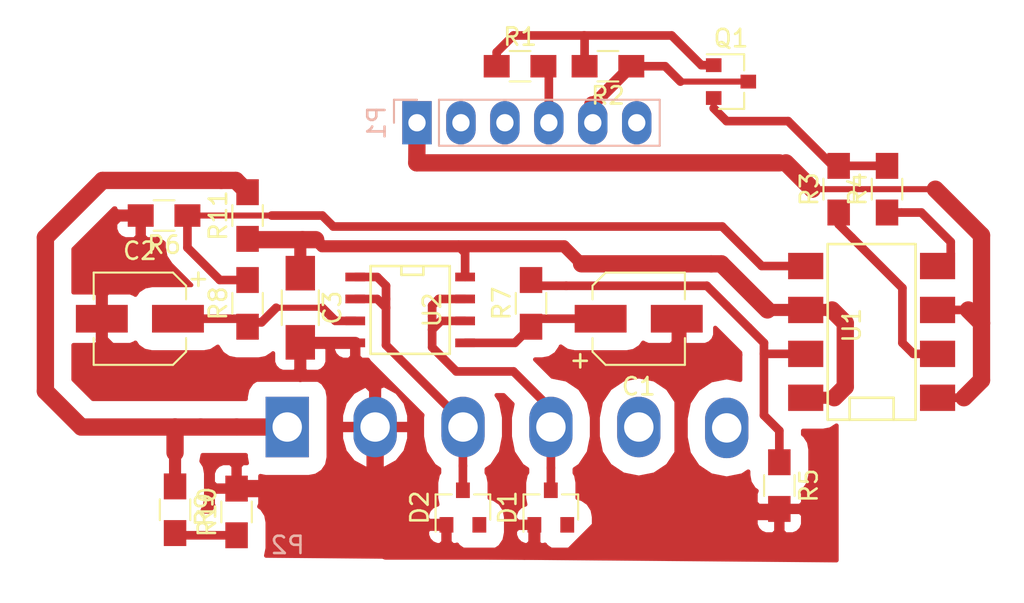
<source format=kicad_pcb>
(kicad_pcb (version 4) (host pcbnew 4.0.5)

  (general
    (links 42)
    (no_connects 1)
    (area 125.899999 129.899999 185.100001 165.285001)
    (thickness 1.6)
    (drawings 9)
    (tracks 191)
    (zones 0)
    (modules 21)
    (nets 17)
  )

  (page A4)
  (layers
    (0 F.Cu signal)
    (31 B.Cu signal)
    (32 B.Adhes user)
    (33 F.Adhes user)
    (34 B.Paste user)
    (35 F.Paste user)
    (36 B.SilkS user)
    (37 F.SilkS user)
    (38 B.Mask user)
    (39 F.Mask user)
    (40 Dwgs.User user)
    (41 Cmts.User user)
    (42 Eco1.User user)
    (43 Eco2.User user)
    (44 Edge.Cuts user)
    (45 Margin user)
    (46 B.CrtYd user)
    (47 F.CrtYd user)
    (48 B.Fab user)
    (49 F.Fab user)
  )

  (setup
    (last_trace_width 0.5)
    (user_trace_width 0.25)
    (user_trace_width 0.35)
    (user_trace_width 0.5)
    (user_trace_width 0.7)
    (user_trace_width 1)
    (trace_clearance 0.25)
    (zone_clearance 1)
    (zone_45_only no)
    (trace_min 0.2)
    (segment_width 0.2)
    (edge_width 0.15)
    (via_size 0.8)
    (via_drill 0.7)
    (via_min_size 0.4)
    (via_min_drill 0.3)
    (uvia_size 0.3)
    (uvia_drill 0.1)
    (uvias_allowed no)
    (uvia_min_size 0.2)
    (uvia_min_drill 0.1)
    (pcb_text_width 0.3)
    (pcb_text_size 1.5 1.5)
    (mod_edge_width 0.15)
    (mod_text_size 1 1)
    (mod_text_width 0.15)
    (pad_size 2.5 1.7)
    (pad_drill 1)
    (pad_to_mask_clearance 0.2)
    (aux_axis_origin 0 0)
    (visible_elements 7FFFFFFF)
    (pcbplotparams
      (layerselection 0x02000_00000001)
      (usegerberextensions false)
      (excludeedgelayer false)
      (linewidth 0.100000)
      (plotframeref false)
      (viasonmask false)
      (mode 1)
      (useauxorigin false)
      (hpglpennumber 1)
      (hpglpenspeed 20)
      (hpglpendiameter 15)
      (hpglpenoverlay 2)
      (psnegative false)
      (psa4output false)
      (plotreference false)
      (plotvalue false)
      (plotinvisibletext false)
      (padsonsilk false)
      (subtractmaskfromsilk false)
      (outputformat 1)
      (mirror false)
      (drillshape 0)
      (scaleselection 1)
      (outputdirectory PCB/))
  )

  (net 0 "")
  (net 1 "Net-(C1-Pad1)")
  (net 2 GND)
  (net 3 "Net-(C2-Pad1)")
  (net 4 VCC)
  (net 5 +5V)
  (net 6 "Net-(P1-Pad4)")
  (net 7 GNDD)
  (net 8 "Net-(Q1-Pad1)")
  (net 9 "Net-(R3-Pad1)")
  (net 10 "Net-(Q1-Pad2)")
  (net 11 "Net-(R4-Pad1)")
  (net 12 "Net-(R5-Pad1)")
  (net 13 "Net-(R6-Pad1)")
  (net 14 "Net-(R10-Pad1)")
  (net 15 "Net-(D1-Pad3)")
  (net 16 "Net-(D2-Pad3)")

  (net_class Default "This is the default net class."
    (clearance 0.25)
    (trace_width 0.35)
    (via_dia 0.8)
    (via_drill 0.7)
    (uvia_dia 0.3)
    (uvia_drill 0.1)
    (add_net "Net-(C1-Pad1)")
    (add_net "Net-(C2-Pad1)")
    (add_net "Net-(D1-Pad3)")
    (add_net "Net-(D2-Pad3)")
    (add_net "Net-(P1-Pad4)")
    (add_net "Net-(Q1-Pad1)")
    (add_net "Net-(Q1-Pad2)")
    (add_net "Net-(R10-Pad1)")
    (add_net "Net-(R3-Pad1)")
    (add_net "Net-(R4-Pad1)")
    (add_net "Net-(R5-Pad1)")
    (add_net "Net-(R6-Pad1)")
  )

  (net_class DPWR ""
    (clearance 0.25)
    (trace_width 0.35)
    (via_dia 0.8)
    (via_drill 0.7)
    (uvia_dia 0.3)
    (uvia_drill 0.1)
    (add_net +5V)
    (add_net GNDD)
  )

  (net_class PWR ""
    (clearance 0.5)
    (trace_width 0.7)
    (via_dia 0.8)
    (via_drill 0.7)
    (uvia_dia 0.3)
    (uvia_drill 0.1)
    (add_net GND)
    (add_net VCC)
  )

  (module Capacitors_SMD:CP_Elec_5x5.7 (layer F.Cu) (tedit 58AA8AEF) (tstamp 58D04CFE)
    (at 162.814 148.336)
    (descr "SMT capacitor, aluminium electrolytic, 5x5.7")
    (path /58D12123)
    (attr smd)
    (fp_text reference C1 (at 0 3.92) (layer F.SilkS)
      (effects (font (size 1 1) (thickness 0.15)))
    )
    (fp_text value "10uF 35V" (at 0 -3.92) (layer F.Fab)
      (effects (font (size 1 1) (thickness 0.15)))
    )
    (fp_circle (center 0 0) (end 0 2.4) (layer F.Fab) (width 0.1))
    (fp_text user + (at -1.4 -0.06) (layer F.Fab)
      (effects (font (size 1 1) (thickness 0.15)))
    )
    (fp_text user + (at -3.38 2.36) (layer F.SilkS)
      (effects (font (size 1 1) (thickness 0.15)))
    )
    (fp_text user %R (at 0 3.92) (layer F.Fab)
      (effects (font (size 1 1) (thickness 0.15)))
    )
    (fp_line (start 2.51 2.51) (end 2.51 -2.51) (layer F.Fab) (width 0.1))
    (fp_line (start -1.84 2.51) (end 2.51 2.51) (layer F.Fab) (width 0.1))
    (fp_line (start -2.51 1.84) (end -1.84 2.51) (layer F.Fab) (width 0.1))
    (fp_line (start -2.51 -1.84) (end -2.51 1.84) (layer F.Fab) (width 0.1))
    (fp_line (start -1.84 -2.51) (end -2.51 -1.84) (layer F.Fab) (width 0.1))
    (fp_line (start 2.51 -2.51) (end -1.84 -2.51) (layer F.Fab) (width 0.1))
    (fp_line (start 2.67 2.67) (end 2.67 1.12) (layer F.SilkS) (width 0.12))
    (fp_line (start 2.67 -2.67) (end 2.67 -1.12) (layer F.SilkS) (width 0.12))
    (fp_line (start -2.67 -1.91) (end -2.67 -1.12) (layer F.SilkS) (width 0.12))
    (fp_line (start -2.67 1.91) (end -2.67 1.12) (layer F.SilkS) (width 0.12))
    (fp_line (start 2.67 -2.67) (end -1.91 -2.67) (layer F.SilkS) (width 0.12))
    (fp_line (start -1.91 -2.67) (end -2.67 -1.91) (layer F.SilkS) (width 0.12))
    (fp_line (start -2.67 1.91) (end -1.91 2.67) (layer F.SilkS) (width 0.12))
    (fp_line (start -1.91 2.67) (end 2.67 2.67) (layer F.SilkS) (width 0.12))
    (fp_line (start -3.95 -2.77) (end 3.95 -2.77) (layer F.CrtYd) (width 0.05))
    (fp_line (start -3.95 -2.77) (end -3.95 2.76) (layer F.CrtYd) (width 0.05))
    (fp_line (start 3.95 2.76) (end 3.95 -2.77) (layer F.CrtYd) (width 0.05))
    (fp_line (start 3.95 2.76) (end -3.95 2.76) (layer F.CrtYd) (width 0.05))
    (pad 1 smd rect (at -2.2 0 180) (size 3 1.6) (layers F.Cu F.Paste F.Mask)
      (net 1 "Net-(C1-Pad1)"))
    (pad 2 smd rect (at 2.2 0 180) (size 3 1.6) (layers F.Cu F.Paste F.Mask)
      (net 2 GND))
    (model Capacitors_SMD.3dshapes/CP_Elec_5x5.7.wrl
      (at (xyz 0 0 0))
      (scale (xyz 1 1 1))
      (rotate (xyz 0 0 180))
    )
  )

  (module Capacitors_SMD:CP_Elec_5x5.7 (layer F.Cu) (tedit 58AA8AEF) (tstamp 58D04D1A)
    (at 133.985 148.336 180)
    (descr "SMT capacitor, aluminium electrolytic, 5x5.7")
    (path /58D1217C)
    (attr smd)
    (fp_text reference C2 (at 0 3.92 180) (layer F.SilkS)
      (effects (font (size 1 1) (thickness 0.15)))
    )
    (fp_text value "10uF 35V" (at 0 -3.92 180) (layer F.Fab)
      (effects (font (size 1 1) (thickness 0.15)))
    )
    (fp_circle (center 0 0) (end 0 2.4) (layer F.Fab) (width 0.1))
    (fp_text user + (at -1.4 -0.06 180) (layer F.Fab)
      (effects (font (size 1 1) (thickness 0.15)))
    )
    (fp_text user + (at -3.38 2.36 180) (layer F.SilkS)
      (effects (font (size 1 1) (thickness 0.15)))
    )
    (fp_text user %R (at 0 3.92 180) (layer F.Fab)
      (effects (font (size 1 1) (thickness 0.15)))
    )
    (fp_line (start 2.51 2.51) (end 2.51 -2.51) (layer F.Fab) (width 0.1))
    (fp_line (start -1.84 2.51) (end 2.51 2.51) (layer F.Fab) (width 0.1))
    (fp_line (start -2.51 1.84) (end -1.84 2.51) (layer F.Fab) (width 0.1))
    (fp_line (start -2.51 -1.84) (end -2.51 1.84) (layer F.Fab) (width 0.1))
    (fp_line (start -1.84 -2.51) (end -2.51 -1.84) (layer F.Fab) (width 0.1))
    (fp_line (start 2.51 -2.51) (end -1.84 -2.51) (layer F.Fab) (width 0.1))
    (fp_line (start 2.67 2.67) (end 2.67 1.12) (layer F.SilkS) (width 0.12))
    (fp_line (start 2.67 -2.67) (end 2.67 -1.12) (layer F.SilkS) (width 0.12))
    (fp_line (start -2.67 -1.91) (end -2.67 -1.12) (layer F.SilkS) (width 0.12))
    (fp_line (start -2.67 1.91) (end -2.67 1.12) (layer F.SilkS) (width 0.12))
    (fp_line (start 2.67 -2.67) (end -1.91 -2.67) (layer F.SilkS) (width 0.12))
    (fp_line (start -1.91 -2.67) (end -2.67 -1.91) (layer F.SilkS) (width 0.12))
    (fp_line (start -2.67 1.91) (end -1.91 2.67) (layer F.SilkS) (width 0.12))
    (fp_line (start -1.91 2.67) (end 2.67 2.67) (layer F.SilkS) (width 0.12))
    (fp_line (start -3.95 -2.77) (end 3.95 -2.77) (layer F.CrtYd) (width 0.05))
    (fp_line (start -3.95 -2.77) (end -3.95 2.76) (layer F.CrtYd) (width 0.05))
    (fp_line (start 3.95 2.76) (end 3.95 -2.77) (layer F.CrtYd) (width 0.05))
    (fp_line (start 3.95 2.76) (end -3.95 2.76) (layer F.CrtYd) (width 0.05))
    (pad 1 smd rect (at -2.2 0) (size 3 1.6) (layers F.Cu F.Paste F.Mask)
      (net 3 "Net-(C2-Pad1)"))
    (pad 2 smd rect (at 2.2 0) (size 3 1.6) (layers F.Cu F.Paste F.Mask)
      (net 2 GND))
    (model Capacitors_SMD.3dshapes/CP_Elec_5x5.7.wrl
      (at (xyz 0 0 0))
      (scale (xyz 1 1 1))
      (rotate (xyz 0 0 180))
    )
  )

  (module Resistors_SMD:R_1206_HandSoldering (layer F.Cu) (tedit 58AADA36) (tstamp 58D04D2B)
    (at 143.256 147.701 270)
    (descr "Resistor SMD 1206, hand soldering")
    (tags "resistor 1206")
    (path /58D15126)
    (attr smd)
    (fp_text reference C3 (at 0 -1.85 270) (layer F.SilkS)
      (effects (font (size 1 1) (thickness 0.15)))
    )
    (fp_text value C (at 0 1.9 270) (layer F.Fab)
      (effects (font (size 1 1) (thickness 0.15)))
    )
    (fp_text user %R (at 0 -1.85 270) (layer F.Fab)
      (effects (font (size 1 1) (thickness 0.15)))
    )
    (fp_line (start -1.6 0.8) (end -1.6 -0.8) (layer F.Fab) (width 0.1))
    (fp_line (start 1.6 0.8) (end -1.6 0.8) (layer F.Fab) (width 0.1))
    (fp_line (start 1.6 -0.8) (end 1.6 0.8) (layer F.Fab) (width 0.1))
    (fp_line (start -1.6 -0.8) (end 1.6 -0.8) (layer F.Fab) (width 0.1))
    (fp_line (start 1 1.07) (end -1 1.07) (layer F.SilkS) (width 0.12))
    (fp_line (start -1 -1.07) (end 1 -1.07) (layer F.SilkS) (width 0.12))
    (fp_line (start -3.25 -1.11) (end 3.25 -1.11) (layer F.CrtYd) (width 0.05))
    (fp_line (start -3.25 -1.11) (end -3.25 1.1) (layer F.CrtYd) (width 0.05))
    (fp_line (start 3.25 1.1) (end 3.25 -1.11) (layer F.CrtYd) (width 0.05))
    (fp_line (start 3.25 1.1) (end -3.25 1.1) (layer F.CrtYd) (width 0.05))
    (pad 1 smd rect (at -2 0 270) (size 2 1.7) (layers F.Cu F.Paste F.Mask)
      (net 4 VCC))
    (pad 2 smd rect (at 2 0 270) (size 2 1.7) (layers F.Cu F.Paste F.Mask)
      (net 2 GND))
    (model Resistors_SMD.3dshapes/R_1206.wrl
      (at (xyz 0 0 0))
      (scale (xyz 1 1 1))
      (rotate (xyz 0 0 0))
    )
  )

  (module Socket_Strips:Socket_Strip_Straight_1x06_Pitch2.54mm (layer B.Cu) (tedit 58D0D557) (tstamp 58D04D63)
    (at 150 137 270)
    (descr "Through hole straight socket strip, 1x06, 2.54mm pitch, single row")
    (tags "Through hole socket strip THT 1x06 2.54mm single row")
    (path /58D14582)
    (fp_text reference P1 (at 0 2.33 270) (layer B.SilkS)
      (effects (font (size 1 1) (thickness 0.15)) (justify mirror))
    )
    (fp_text value CONN_01X06 (at 0 -15.03 270) (layer B.Fab)
      (effects (font (size 1 1) (thickness 0.15)) (justify mirror))
    )
    (fp_line (start -1.27 1.27) (end -1.27 -13.97) (layer B.Fab) (width 0.1))
    (fp_line (start -1.27 -13.97) (end 1.27 -13.97) (layer B.Fab) (width 0.1))
    (fp_line (start 1.27 -13.97) (end 1.27 1.27) (layer B.Fab) (width 0.1))
    (fp_line (start 1.27 1.27) (end -1.27 1.27) (layer B.Fab) (width 0.1))
    (fp_line (start -1.33 -1.27) (end -1.33 -14.03) (layer B.SilkS) (width 0.12))
    (fp_line (start -1.33 -14.03) (end 1.33 -14.03) (layer B.SilkS) (width 0.12))
    (fp_line (start 1.33 -14.03) (end 1.33 -1.27) (layer B.SilkS) (width 0.12))
    (fp_line (start 1.33 -1.27) (end -1.33 -1.27) (layer B.SilkS) (width 0.12))
    (fp_line (start -1.33 0) (end -1.33 1.33) (layer B.SilkS) (width 0.12))
    (fp_line (start -1.33 1.33) (end 0 1.33) (layer B.SilkS) (width 0.12))
    (fp_line (start -1.8 1.8) (end -1.8 -14.5) (layer B.CrtYd) (width 0.05))
    (fp_line (start -1.8 -14.5) (end 1.8 -14.5) (layer B.CrtYd) (width 0.05))
    (fp_line (start 1.8 -14.5) (end 1.8 1.8) (layer B.CrtYd) (width 0.05))
    (fp_line (start 1.8 1.8) (end -1.8 1.8) (layer B.CrtYd) (width 0.05))
    (fp_text user %R (at 0 2.33 270) (layer B.Fab)
      (effects (font (size 1 1) (thickness 0.15)) (justify mirror))
    )
    (pad 1 thru_hole rect (at 0 0 270) (size 2.5 1.7) (drill 1) (layers *.Cu *.Mask)
      (net 5 +5V))
    (pad 2 thru_hole oval (at 0 -2.54 270) (size 2.5 1.7) (drill oval 1) (layers *.Cu *.Mask))
    (pad 3 thru_hole oval (at 0 -5.08 270) (size 2.5 1.7) (drill oval 1) (layers *.Cu *.Mask))
    (pad 4 thru_hole oval (at 0 -7.62 270) (size 2.5 1.7) (drill oval 1) (layers *.Cu *.Mask)
      (net 6 "Net-(P1-Pad4)"))
    (pad 5 thru_hole oval (at 0 -10.16 270) (size 2.5 1.7) (drill oval 1) (layers *.Cu *.Mask)
      (net 7 GNDD))
    (pad 6 thru_hole oval (at 0 -12.7 270) (size 2.5 1.7) (drill oval 1) (layers *.Cu *.Mask))
    (model ${KISYS3DMOD}/Socket_Strips.3dshapes/Socket_Strip_Straight_1x06_Pitch2.54mm.wrl
      (at (xyz 0 -0.25 0))
      (scale (xyz 1 1 1))
      (rotate (xyz 0 0 270))
    )
  )

  (module Resistors_SMD:R_0805_HandSoldering (layer F.Cu) (tedit 58AADA1D) (tstamp 58D04D74)
    (at 155.956 133.731)
    (descr "Resistor SMD 0805, hand soldering")
    (tags "resistor 0805")
    (path /58D16CA8)
    (attr smd)
    (fp_text reference R1 (at 0 -1.7) (layer F.SilkS)
      (effects (font (size 1 1) (thickness 0.15)))
    )
    (fp_text value 150 (at 0 1.75) (layer F.Fab)
      (effects (font (size 1 1) (thickness 0.15)))
    )
    (fp_text user %R (at 0 -1.7) (layer F.Fab)
      (effects (font (size 1 1) (thickness 0.15)))
    )
    (fp_line (start -1 0.62) (end -1 -0.62) (layer F.Fab) (width 0.1))
    (fp_line (start 1 0.62) (end -1 0.62) (layer F.Fab) (width 0.1))
    (fp_line (start 1 -0.62) (end 1 0.62) (layer F.Fab) (width 0.1))
    (fp_line (start -1 -0.62) (end 1 -0.62) (layer F.Fab) (width 0.1))
    (fp_line (start 0.6 0.88) (end -0.6 0.88) (layer F.SilkS) (width 0.12))
    (fp_line (start -0.6 -0.88) (end 0.6 -0.88) (layer F.SilkS) (width 0.12))
    (fp_line (start -2.35 -0.9) (end 2.35 -0.9) (layer F.CrtYd) (width 0.05))
    (fp_line (start -2.35 -0.9) (end -2.35 0.9) (layer F.CrtYd) (width 0.05))
    (fp_line (start 2.35 0.9) (end 2.35 -0.9) (layer F.CrtYd) (width 0.05))
    (fp_line (start 2.35 0.9) (end -2.35 0.9) (layer F.CrtYd) (width 0.05))
    (pad 1 smd rect (at -1.35 0) (size 1.5 1.3) (layers F.Cu F.Paste F.Mask)
      (net 8 "Net-(Q1-Pad1)"))
    (pad 2 smd rect (at 1.35 0) (size 1.5 1.3) (layers F.Cu F.Paste F.Mask)
      (net 6 "Net-(P1-Pad4)"))
    (model Resistors_SMD.3dshapes/R_0805.wrl
      (at (xyz 0 0 0))
      (scale (xyz 1 1 1))
      (rotate (xyz 0 0 0))
    )
  )

  (module Resistors_SMD:R_0805_HandSoldering (layer F.Cu) (tedit 58AADA1D) (tstamp 58D04D85)
    (at 161.036 133.731 180)
    (descr "Resistor SMD 0805, hand soldering")
    (tags "resistor 0805")
    (path /58D16DCE)
    (attr smd)
    (fp_text reference R2 (at 0 -1.7 180) (layer F.SilkS)
      (effects (font (size 1 1) (thickness 0.15)))
    )
    (fp_text value 100k (at 0 1.75 180) (layer F.Fab)
      (effects (font (size 1 1) (thickness 0.15)))
    )
    (fp_text user %R (at 0 -1.7 180) (layer F.Fab)
      (effects (font (size 1 1) (thickness 0.15)))
    )
    (fp_line (start -1 0.62) (end -1 -0.62) (layer F.Fab) (width 0.1))
    (fp_line (start 1 0.62) (end -1 0.62) (layer F.Fab) (width 0.1))
    (fp_line (start 1 -0.62) (end 1 0.62) (layer F.Fab) (width 0.1))
    (fp_line (start -1 -0.62) (end 1 -0.62) (layer F.Fab) (width 0.1))
    (fp_line (start 0.6 0.88) (end -0.6 0.88) (layer F.SilkS) (width 0.12))
    (fp_line (start -0.6 -0.88) (end 0.6 -0.88) (layer F.SilkS) (width 0.12))
    (fp_line (start -2.35 -0.9) (end 2.35 -0.9) (layer F.CrtYd) (width 0.05))
    (fp_line (start -2.35 -0.9) (end -2.35 0.9) (layer F.CrtYd) (width 0.05))
    (fp_line (start 2.35 0.9) (end 2.35 -0.9) (layer F.CrtYd) (width 0.05))
    (fp_line (start 2.35 0.9) (end -2.35 0.9) (layer F.CrtYd) (width 0.05))
    (pad 1 smd rect (at -1.35 0 180) (size 1.5 1.3) (layers F.Cu F.Paste F.Mask)
      (net 7 GNDD))
    (pad 2 smd rect (at 1.35 0 180) (size 1.5 1.3) (layers F.Cu F.Paste F.Mask)
      (net 8 "Net-(Q1-Pad1)"))
    (model Resistors_SMD.3dshapes/R_0805.wrl
      (at (xyz 0 0 0))
      (scale (xyz 1 1 1))
      (rotate (xyz 0 0 0))
    )
  )

  (module Resistors_SMD:R_0805_HandSoldering (layer F.Cu) (tedit 58AADA1D) (tstamp 58D04D96)
    (at 174.371 140.843 90)
    (descr "Resistor SMD 0805, hand soldering")
    (tags "resistor 0805")
    (path /58D14300)
    (attr smd)
    (fp_text reference R3 (at 0 -1.7 90) (layer F.SilkS)
      (effects (font (size 1 1) (thickness 0.15)))
    )
    (fp_text value 200 (at 0 1.75 90) (layer F.Fab)
      (effects (font (size 1 1) (thickness 0.15)))
    )
    (fp_text user %R (at 0 -1.7 90) (layer F.Fab)
      (effects (font (size 1 1) (thickness 0.15)))
    )
    (fp_line (start -1 0.62) (end -1 -0.62) (layer F.Fab) (width 0.1))
    (fp_line (start 1 0.62) (end -1 0.62) (layer F.Fab) (width 0.1))
    (fp_line (start 1 -0.62) (end 1 0.62) (layer F.Fab) (width 0.1))
    (fp_line (start -1 -0.62) (end 1 -0.62) (layer F.Fab) (width 0.1))
    (fp_line (start 0.6 0.88) (end -0.6 0.88) (layer F.SilkS) (width 0.12))
    (fp_line (start -0.6 -0.88) (end 0.6 -0.88) (layer F.SilkS) (width 0.12))
    (fp_line (start -2.35 -0.9) (end 2.35 -0.9) (layer F.CrtYd) (width 0.05))
    (fp_line (start -2.35 -0.9) (end -2.35 0.9) (layer F.CrtYd) (width 0.05))
    (fp_line (start 2.35 0.9) (end 2.35 -0.9) (layer F.CrtYd) (width 0.05))
    (fp_line (start 2.35 0.9) (end -2.35 0.9) (layer F.CrtYd) (width 0.05))
    (pad 1 smd rect (at -1.35 0 90) (size 1.5 1.3) (layers F.Cu F.Paste F.Mask)
      (net 9 "Net-(R3-Pad1)"))
    (pad 2 smd rect (at 1.35 0 90) (size 1.5 1.3) (layers F.Cu F.Paste F.Mask)
      (net 10 "Net-(Q1-Pad2)"))
    (model Resistors_SMD.3dshapes/R_0805.wrl
      (at (xyz 0 0 0))
      (scale (xyz 1 1 1))
      (rotate (xyz 0 0 0))
    )
  )

  (module Resistors_SMD:R_0805_HandSoldering (layer F.Cu) (tedit 58AADA1D) (tstamp 58D04DA7)
    (at 177.165 140.843 90)
    (descr "Resistor SMD 0805, hand soldering")
    (tags "resistor 0805")
    (path /58D14288)
    (attr smd)
    (fp_text reference R4 (at 0 -1.7 90) (layer F.SilkS)
      (effects (font (size 1 1) (thickness 0.15)))
    )
    (fp_text value 200 (at 0 1.75 90) (layer F.Fab)
      (effects (font (size 1 1) (thickness 0.15)))
    )
    (fp_text user %R (at 0 -1.7 90) (layer F.Fab)
      (effects (font (size 1 1) (thickness 0.15)))
    )
    (fp_line (start -1 0.62) (end -1 -0.62) (layer F.Fab) (width 0.1))
    (fp_line (start 1 0.62) (end -1 0.62) (layer F.Fab) (width 0.1))
    (fp_line (start 1 -0.62) (end 1 0.62) (layer F.Fab) (width 0.1))
    (fp_line (start -1 -0.62) (end 1 -0.62) (layer F.Fab) (width 0.1))
    (fp_line (start 0.6 0.88) (end -0.6 0.88) (layer F.SilkS) (width 0.12))
    (fp_line (start -0.6 -0.88) (end 0.6 -0.88) (layer F.SilkS) (width 0.12))
    (fp_line (start -2.35 -0.9) (end 2.35 -0.9) (layer F.CrtYd) (width 0.05))
    (fp_line (start -2.35 -0.9) (end -2.35 0.9) (layer F.CrtYd) (width 0.05))
    (fp_line (start 2.35 0.9) (end 2.35 -0.9) (layer F.CrtYd) (width 0.05))
    (fp_line (start 2.35 0.9) (end -2.35 0.9) (layer F.CrtYd) (width 0.05))
    (pad 1 smd rect (at -1.35 0 90) (size 1.5 1.3) (layers F.Cu F.Paste F.Mask)
      (net 11 "Net-(R4-Pad1)"))
    (pad 2 smd rect (at 1.35 0 90) (size 1.5 1.3) (layers F.Cu F.Paste F.Mask)
      (net 10 "Net-(Q1-Pad2)"))
    (model Resistors_SMD.3dshapes/R_0805.wrl
      (at (xyz 0 0 0))
      (scale (xyz 1 1 1))
      (rotate (xyz 0 0 0))
    )
  )

  (module Resistors_SMD:R_0805_HandSoldering (layer F.Cu) (tedit 58AADA1D) (tstamp 58D04DB8)
    (at 170.942 157.988 270)
    (descr "Resistor SMD 0805, hand soldering")
    (tags "resistor 0805")
    (path /58D127AD)
    (attr smd)
    (fp_text reference R5 (at 0 -1.7 270) (layer F.SilkS)
      (effects (font (size 1 1) (thickness 0.15)))
    )
    (fp_text value 1k (at 0 1.75 270) (layer F.Fab)
      (effects (font (size 1 1) (thickness 0.15)))
    )
    (fp_text user %R (at 0 -1.7 270) (layer F.Fab)
      (effects (font (size 1 1) (thickness 0.15)))
    )
    (fp_line (start -1 0.62) (end -1 -0.62) (layer F.Fab) (width 0.1))
    (fp_line (start 1 0.62) (end -1 0.62) (layer F.Fab) (width 0.1))
    (fp_line (start 1 -0.62) (end 1 0.62) (layer F.Fab) (width 0.1))
    (fp_line (start -1 -0.62) (end 1 -0.62) (layer F.Fab) (width 0.1))
    (fp_line (start 0.6 0.88) (end -0.6 0.88) (layer F.SilkS) (width 0.12))
    (fp_line (start -0.6 -0.88) (end 0.6 -0.88) (layer F.SilkS) (width 0.12))
    (fp_line (start -2.35 -0.9) (end 2.35 -0.9) (layer F.CrtYd) (width 0.05))
    (fp_line (start -2.35 -0.9) (end -2.35 0.9) (layer F.CrtYd) (width 0.05))
    (fp_line (start 2.35 0.9) (end 2.35 -0.9) (layer F.CrtYd) (width 0.05))
    (fp_line (start 2.35 0.9) (end -2.35 0.9) (layer F.CrtYd) (width 0.05))
    (pad 1 smd rect (at -1.35 0 270) (size 1.5 1.3) (layers F.Cu F.Paste F.Mask)
      (net 12 "Net-(R5-Pad1)"))
    (pad 2 smd rect (at 1.35 0 270) (size 1.5 1.3) (layers F.Cu F.Paste F.Mask)
      (net 2 GND))
    (model Resistors_SMD.3dshapes/R_0805.wrl
      (at (xyz 0 0 0))
      (scale (xyz 1 1 1))
      (rotate (xyz 0 0 0))
    )
  )

  (module Resistors_SMD:R_0805_HandSoldering (layer F.Cu) (tedit 58AADA1D) (tstamp 58D04DC9)
    (at 135.382 142.367 180)
    (descr "Resistor SMD 0805, hand soldering")
    (tags "resistor 0805")
    (path /58D12844)
    (attr smd)
    (fp_text reference R6 (at 0 -1.7 180) (layer F.SilkS)
      (effects (font (size 1 1) (thickness 0.15)))
    )
    (fp_text value 1k (at 0 1.75 180) (layer F.Fab)
      (effects (font (size 1 1) (thickness 0.15)))
    )
    (fp_text user %R (at 0 -1.7 180) (layer F.Fab)
      (effects (font (size 1 1) (thickness 0.15)))
    )
    (fp_line (start -1 0.62) (end -1 -0.62) (layer F.Fab) (width 0.1))
    (fp_line (start 1 0.62) (end -1 0.62) (layer F.Fab) (width 0.1))
    (fp_line (start 1 -0.62) (end 1 0.62) (layer F.Fab) (width 0.1))
    (fp_line (start -1 -0.62) (end 1 -0.62) (layer F.Fab) (width 0.1))
    (fp_line (start 0.6 0.88) (end -0.6 0.88) (layer F.SilkS) (width 0.12))
    (fp_line (start -0.6 -0.88) (end 0.6 -0.88) (layer F.SilkS) (width 0.12))
    (fp_line (start -2.35 -0.9) (end 2.35 -0.9) (layer F.CrtYd) (width 0.05))
    (fp_line (start -2.35 -0.9) (end -2.35 0.9) (layer F.CrtYd) (width 0.05))
    (fp_line (start 2.35 0.9) (end 2.35 -0.9) (layer F.CrtYd) (width 0.05))
    (fp_line (start 2.35 0.9) (end -2.35 0.9) (layer F.CrtYd) (width 0.05))
    (pad 1 smd rect (at -1.35 0 180) (size 1.5 1.3) (layers F.Cu F.Paste F.Mask)
      (net 13 "Net-(R6-Pad1)"))
    (pad 2 smd rect (at 1.35 0 180) (size 1.5 1.3) (layers F.Cu F.Paste F.Mask)
      (net 2 GND))
    (model Resistors_SMD.3dshapes/R_0805.wrl
      (at (xyz 0 0 0))
      (scale (xyz 1 1 1))
      (rotate (xyz 0 0 0))
    )
  )

  (module Resistors_SMD:R_0805_HandSoldering (layer F.Cu) (tedit 58AADA1D) (tstamp 58D04DDA)
    (at 156.591 147.447 90)
    (descr "Resistor SMD 0805, hand soldering")
    (tags "resistor 0805")
    (path /58D122D1)
    (attr smd)
    (fp_text reference R7 (at 0 -1.7 90) (layer F.SilkS)
      (effects (font (size 1 1) (thickness 0.15)))
    )
    (fp_text value 10k (at 0 1.75 90) (layer F.Fab)
      (effects (font (size 1 1) (thickness 0.15)))
    )
    (fp_text user %R (at 0 -1.7 90) (layer F.Fab)
      (effects (font (size 1 1) (thickness 0.15)))
    )
    (fp_line (start -1 0.62) (end -1 -0.62) (layer F.Fab) (width 0.1))
    (fp_line (start 1 0.62) (end -1 0.62) (layer F.Fab) (width 0.1))
    (fp_line (start 1 -0.62) (end 1 0.62) (layer F.Fab) (width 0.1))
    (fp_line (start -1 -0.62) (end 1 -0.62) (layer F.Fab) (width 0.1))
    (fp_line (start 0.6 0.88) (end -0.6 0.88) (layer F.SilkS) (width 0.12))
    (fp_line (start -0.6 -0.88) (end 0.6 -0.88) (layer F.SilkS) (width 0.12))
    (fp_line (start -2.35 -0.9) (end 2.35 -0.9) (layer F.CrtYd) (width 0.05))
    (fp_line (start -2.35 -0.9) (end -2.35 0.9) (layer F.CrtYd) (width 0.05))
    (fp_line (start 2.35 0.9) (end 2.35 -0.9) (layer F.CrtYd) (width 0.05))
    (fp_line (start 2.35 0.9) (end -2.35 0.9) (layer F.CrtYd) (width 0.05))
    (pad 1 smd rect (at -1.35 0 90) (size 1.5 1.3) (layers F.Cu F.Paste F.Mask)
      (net 1 "Net-(C1-Pad1)"))
    (pad 2 smd rect (at 1.35 0 90) (size 1.5 1.3) (layers F.Cu F.Paste F.Mask)
      (net 12 "Net-(R5-Pad1)"))
    (model Resistors_SMD.3dshapes/R_0805.wrl
      (at (xyz 0 0 0))
      (scale (xyz 1 1 1))
      (rotate (xyz 0 0 0))
    )
  )

  (module Resistors_SMD:R_0805_HandSoldering (layer F.Cu) (tedit 58AADA1D) (tstamp 58D04DEB)
    (at 140.208 147.447 90)
    (descr "Resistor SMD 0805, hand soldering")
    (tags "resistor 0805")
    (path /58D12408)
    (attr smd)
    (fp_text reference R8 (at 0 -1.7 90) (layer F.SilkS)
      (effects (font (size 1 1) (thickness 0.15)))
    )
    (fp_text value 10k (at 0 1.75 90) (layer F.Fab)
      (effects (font (size 1 1) (thickness 0.15)))
    )
    (fp_text user %R (at 0 -1.7 90) (layer F.Fab)
      (effects (font (size 1 1) (thickness 0.15)))
    )
    (fp_line (start -1 0.62) (end -1 -0.62) (layer F.Fab) (width 0.1))
    (fp_line (start 1 0.62) (end -1 0.62) (layer F.Fab) (width 0.1))
    (fp_line (start 1 -0.62) (end 1 0.62) (layer F.Fab) (width 0.1))
    (fp_line (start -1 -0.62) (end 1 -0.62) (layer F.Fab) (width 0.1))
    (fp_line (start 0.6 0.88) (end -0.6 0.88) (layer F.SilkS) (width 0.12))
    (fp_line (start -0.6 -0.88) (end 0.6 -0.88) (layer F.SilkS) (width 0.12))
    (fp_line (start -2.35 -0.9) (end 2.35 -0.9) (layer F.CrtYd) (width 0.05))
    (fp_line (start -2.35 -0.9) (end -2.35 0.9) (layer F.CrtYd) (width 0.05))
    (fp_line (start 2.35 0.9) (end 2.35 -0.9) (layer F.CrtYd) (width 0.05))
    (fp_line (start 2.35 0.9) (end -2.35 0.9) (layer F.CrtYd) (width 0.05))
    (pad 1 smd rect (at -1.35 0 90) (size 1.5 1.3) (layers F.Cu F.Paste F.Mask)
      (net 3 "Net-(C2-Pad1)"))
    (pad 2 smd rect (at 1.35 0 90) (size 1.5 1.3) (layers F.Cu F.Paste F.Mask)
      (net 13 "Net-(R6-Pad1)"))
    (model Resistors_SMD.3dshapes/R_0805.wrl
      (at (xyz 0 0 0))
      (scale (xyz 1 1 1))
      (rotate (xyz 0 0 0))
    )
  )

  (module Resistors_SMD:R_0805_HandSoldering (layer F.Cu) (tedit 58AADA1D) (tstamp 58D04DFC)
    (at 136.017 159.385 270)
    (descr "Resistor SMD 0805, hand soldering")
    (tags "resistor 0805")
    (path /58D137DD)
    (attr smd)
    (fp_text reference R9 (at 0 -1.7 270) (layer F.SilkS)
      (effects (font (size 1 1) (thickness 0.15)))
    )
    (fp_text value 2k (at 0 1.75 270) (layer F.Fab)
      (effects (font (size 1 1) (thickness 0.15)))
    )
    (fp_text user %R (at 0 -1.7 270) (layer F.Fab)
      (effects (font (size 1 1) (thickness 0.15)))
    )
    (fp_line (start -1 0.62) (end -1 -0.62) (layer F.Fab) (width 0.1))
    (fp_line (start 1 0.62) (end -1 0.62) (layer F.Fab) (width 0.1))
    (fp_line (start 1 -0.62) (end 1 0.62) (layer F.Fab) (width 0.1))
    (fp_line (start -1 -0.62) (end 1 -0.62) (layer F.Fab) (width 0.1))
    (fp_line (start 0.6 0.88) (end -0.6 0.88) (layer F.SilkS) (width 0.12))
    (fp_line (start -0.6 -0.88) (end 0.6 -0.88) (layer F.SilkS) (width 0.12))
    (fp_line (start -2.35 -0.9) (end 2.35 -0.9) (layer F.CrtYd) (width 0.05))
    (fp_line (start -2.35 -0.9) (end -2.35 0.9) (layer F.CrtYd) (width 0.05))
    (fp_line (start 2.35 0.9) (end 2.35 -0.9) (layer F.CrtYd) (width 0.05))
    (fp_line (start 2.35 0.9) (end -2.35 0.9) (layer F.CrtYd) (width 0.05))
    (pad 1 smd rect (at -1.35 0 270) (size 1.5 1.3) (layers F.Cu F.Paste F.Mask)
      (net 4 VCC))
    (pad 2 smd rect (at 1.35 0 270) (size 1.5 1.3) (layers F.Cu F.Paste F.Mask)
      (net 14 "Net-(R10-Pad1)"))
    (model Resistors_SMD.3dshapes/R_0805.wrl
      (at (xyz 0 0 0))
      (scale (xyz 1 1 1))
      (rotate (xyz 0 0 0))
    )
  )

  (module Resistors_SMD:R_0805_HandSoldering (layer F.Cu) (tedit 58AADA1D) (tstamp 58D04E0D)
    (at 139.573 159.512 90)
    (descr "Resistor SMD 0805, hand soldering")
    (tags "resistor 0805")
    (path /58D13610)
    (attr smd)
    (fp_text reference R10 (at 0 -1.7 90) (layer F.SilkS)
      (effects (font (size 1 1) (thickness 0.15)))
    )
    (fp_text value 2k (at 0 1.75 90) (layer F.Fab)
      (effects (font (size 1 1) (thickness 0.15)))
    )
    (fp_text user %R (at 0 -1.7 90) (layer F.Fab)
      (effects (font (size 1 1) (thickness 0.15)))
    )
    (fp_line (start -1 0.62) (end -1 -0.62) (layer F.Fab) (width 0.1))
    (fp_line (start 1 0.62) (end -1 0.62) (layer F.Fab) (width 0.1))
    (fp_line (start 1 -0.62) (end 1 0.62) (layer F.Fab) (width 0.1))
    (fp_line (start -1 -0.62) (end 1 -0.62) (layer F.Fab) (width 0.1))
    (fp_line (start 0.6 0.88) (end -0.6 0.88) (layer F.SilkS) (width 0.12))
    (fp_line (start -0.6 -0.88) (end 0.6 -0.88) (layer F.SilkS) (width 0.12))
    (fp_line (start -2.35 -0.9) (end 2.35 -0.9) (layer F.CrtYd) (width 0.05))
    (fp_line (start -2.35 -0.9) (end -2.35 0.9) (layer F.CrtYd) (width 0.05))
    (fp_line (start 2.35 0.9) (end 2.35 -0.9) (layer F.CrtYd) (width 0.05))
    (fp_line (start 2.35 0.9) (end -2.35 0.9) (layer F.CrtYd) (width 0.05))
    (pad 1 smd rect (at -1.35 0 90) (size 1.5 1.3) (layers F.Cu F.Paste F.Mask)
      (net 14 "Net-(R10-Pad1)"))
    (pad 2 smd rect (at 1.35 0 90) (size 1.5 1.3) (layers F.Cu F.Paste F.Mask)
      (net 2 GND))
    (model Resistors_SMD.3dshapes/R_0805.wrl
      (at (xyz 0 0 0))
      (scale (xyz 1 1 1))
      (rotate (xyz 0 0 0))
    )
  )

  (module SMD_Packages:DIP-8_SMD (layer F.Cu) (tedit 58D05D5F) (tstamp 58D04E20)
    (at 176.276 149.098 90)
    (descr "DIP-8_300 smd shape")
    (tags "smd cms 8dip")
    (path /58D12625)
    (attr smd)
    (fp_text reference U1 (at 0.381 -1.143 90) (layer F.SilkS)
      (effects (font (size 1 1) (thickness 0.15)))
    )
    (fp_text value LTV-827 (at 0 0.762 270) (layer F.Fab)
      (effects (font (size 1 1) (thickness 0.15)))
    )
    (fp_line (start -5.08 -2.54) (end -5.08 2.54) (layer F.SilkS) (width 0.15))
    (fp_line (start -5.08 2.54) (end 5.08 2.54) (layer F.SilkS) (width 0.15))
    (fp_line (start 5.08 2.54) (end 5.08 -2.54) (layer F.SilkS) (width 0.15))
    (fp_line (start 5.08 -2.54) (end -5.08 -2.54) (layer F.SilkS) (width 0.15))
    (fp_line (start -5.08 -1.27) (end -3.81 -1.27) (layer F.SilkS) (width 0.15))
    (fp_line (start -3.81 -1.27) (end -3.81 1.27) (layer F.SilkS) (width 0.15))
    (fp_line (start -3.81 1.27) (end -5.08 1.27) (layer F.SilkS) (width 0.15))
    (pad 1 smd rect (at -3.81 3.81 90) (size 1.524 2.032) (layers F.Cu F.Paste F.Mask)
      (net 5 +5V))
    (pad 2 smd rect (at -1.27 3.81 90) (size 1.524 2.032) (layers F.Cu F.Paste F.Mask)
      (net 9 "Net-(R3-Pad1)"))
    (pad 3 smd rect (at 1.27 3.81 90) (size 1.524 2.032) (layers F.Cu F.Paste F.Mask)
      (net 5 +5V))
    (pad 4 smd rect (at 3.81 3.81 90) (size 1.524 2.032) (layers F.Cu F.Paste F.Mask)
      (net 11 "Net-(R4-Pad1)"))
    (pad 5 smd rect (at 3.81 -3.81 90) (size 1.524 2.032) (layers F.Cu F.Paste F.Mask)
      (net 13 "Net-(R6-Pad1)"))
    (pad 6 smd rect (at 1.27 -3.81 90) (size 1.524 2.032) (layers F.Cu F.Paste F.Mask)
      (net 4 VCC))
    (pad 7 smd rect (at -1.27 -3.81 90) (size 1.524 2.032) (layers F.Cu F.Paste F.Mask)
      (net 12 "Net-(R5-Pad1)"))
    (pad 8 smd rect (at -3.81 -3.81 90) (size 1.524 2.032) (layers F.Cu F.Paste F.Mask)
      (net 4 VCC))
    (model SMD_Packages.3dshapes/DIP-8_SMD.wrl
      (at (xyz 0 0 0))
      (scale (xyz 1 0.5 0.8))
      (rotate (xyz 0 0 0))
    )
  )

  (module SMD_Packages:SOIC-8-N (layer F.Cu) (tedit 0) (tstamp 58D04E33)
    (at 149.606 147.828 270)
    (descr "Module Narrow CMS SOJ 8 pins large")
    (tags "CMS SOJ")
    (path /58D117AB)
    (attr smd)
    (fp_text reference U2 (at 0 -1.27 270) (layer F.SilkS)
      (effects (font (size 1 1) (thickness 0.15)))
    )
    (fp_text value TL072 (at 0 1.27 270) (layer F.Fab)
      (effects (font (size 1 1) (thickness 0.15)))
    )
    (fp_line (start -2.54 -2.286) (end 2.54 -2.286) (layer F.SilkS) (width 0.15))
    (fp_line (start 2.54 -2.286) (end 2.54 2.286) (layer F.SilkS) (width 0.15))
    (fp_line (start 2.54 2.286) (end -2.54 2.286) (layer F.SilkS) (width 0.15))
    (fp_line (start -2.54 2.286) (end -2.54 -2.286) (layer F.SilkS) (width 0.15))
    (fp_line (start -2.54 -0.762) (end -2.032 -0.762) (layer F.SilkS) (width 0.15))
    (fp_line (start -2.032 -0.762) (end -2.032 0.508) (layer F.SilkS) (width 0.15))
    (fp_line (start -2.032 0.508) (end -2.54 0.508) (layer F.SilkS) (width 0.15))
    (pad 8 smd rect (at -1.905 -3.175 270) (size 0.508 1.143) (layers F.Cu F.Paste F.Mask)
      (net 4 VCC))
    (pad 7 smd rect (at -0.635 -3.175 270) (size 0.508 1.143) (layers F.Cu F.Paste F.Mask)
      (net 15 "Net-(D1-Pad3)"))
    (pad 6 smd rect (at 0.635 -3.175 270) (size 0.508 1.143) (layers F.Cu F.Paste F.Mask)
      (net 15 "Net-(D1-Pad3)"))
    (pad 5 smd rect (at 1.905 -3.175 270) (size 0.508 1.143) (layers F.Cu F.Paste F.Mask)
      (net 1 "Net-(C1-Pad1)"))
    (pad 4 smd rect (at 1.905 3.175 270) (size 0.508 1.143) (layers F.Cu F.Paste F.Mask)
      (net 2 GND))
    (pad 3 smd rect (at 0.635 3.175 270) (size 0.508 1.143) (layers F.Cu F.Paste F.Mask)
      (net 3 "Net-(C2-Pad1)"))
    (pad 2 smd rect (at -0.635 3.175 270) (size 0.508 1.143) (layers F.Cu F.Paste F.Mask)
      (net 16 "Net-(D2-Pad3)"))
    (pad 1 smd rect (at -1.905 3.175 270) (size 0.508 1.143) (layers F.Cu F.Paste F.Mask)
      (net 16 "Net-(D2-Pad3)"))
    (model SMD_Packages.3dshapes/SOIC-8-N.wrl
      (at (xyz 0 0 0))
      (scale (xyz 0.5 0.38 0.5))
      (rotate (xyz 0 0 0))
    )
  )

  (module TO_SOT_Packages_SMD:SOT-23 (layer F.Cu) (tedit 58D05BC7) (tstamp 58D05055)
    (at 168.148 134.62)
    (descr "SOT-23, Standard")
    (tags SOT-23)
    (path /58D15D9E)
    (attr smd)
    (fp_text reference Q1 (at 0 -2.5) (layer F.SilkS)
      (effects (font (size 1 1) (thickness 0.15)))
    )
    (fp_text value Q_NMOS_GDS (at 0 2.5) (layer F.Fab)
      (effects (font (size 1 1) (thickness 0.15)))
    )
    (fp_text user %R (at -0.127 0.127 180) (layer F.Fab)
      (effects (font (size 0.5 0.5) (thickness 0.075)))
    )
    (fp_line (start -0.7 -0.95) (end -0.7 1.5) (layer F.Fab) (width 0.1))
    (fp_line (start -0.15 -1.52) (end 0.7 -1.52) (layer F.Fab) (width 0.1))
    (fp_line (start -0.7 -0.95) (end -0.15 -1.52) (layer F.Fab) (width 0.1))
    (fp_line (start 0.7 -1.52) (end 0.7 1.52) (layer F.Fab) (width 0.1))
    (fp_line (start -0.7 1.52) (end 0.7 1.52) (layer F.Fab) (width 0.1))
    (fp_line (start 0.76 1.58) (end 0.76 0.65) (layer F.SilkS) (width 0.12))
    (fp_line (start 0.76 -1.58) (end 0.76 -0.65) (layer F.SilkS) (width 0.12))
    (fp_line (start -1.7 -1.75) (end 1.7 -1.75) (layer F.CrtYd) (width 0.05))
    (fp_line (start 1.7 -1.75) (end 1.7 1.75) (layer F.CrtYd) (width 0.05))
    (fp_line (start 1.7 1.75) (end -1.7 1.75) (layer F.CrtYd) (width 0.05))
    (fp_line (start -1.7 1.75) (end -1.7 -1.75) (layer F.CrtYd) (width 0.05))
    (fp_line (start 0.76 -1.58) (end -1.4 -1.58) (layer F.SilkS) (width 0.12))
    (fp_line (start 0.76 1.58) (end -0.7 1.58) (layer F.SilkS) (width 0.12))
    (pad 1 smd rect (at -1 -0.95) (size 0.9 0.8) (layers F.Cu F.Paste F.Mask)
      (net 8 "Net-(Q1-Pad1)"))
    (pad 2 smd rect (at -1 0.95) (size 0.9 0.8) (layers F.Cu F.Paste F.Mask)
      (net 10 "Net-(Q1-Pad2)"))
    (pad 3 smd rect (at 1 0) (size 0.9 0.8) (layers F.Cu F.Paste F.Mask)
      (net 7 GNDD))
    (model ${KISYS3DMOD}/TO_SOT_Packages_SMD.3dshapes/SOT-23.wrl
      (at (xyz 0 0 0))
      (scale (xyz 1 1 1))
      (rotate (xyz 0 0 90))
    )
  )

  (module smalsiukas-footprints:TerminalBlock_5.08-6pol (layer B.Cu) (tedit 58D05731) (tstamp 58D05AB3)
    (at 142.5 154.6)
    (descr "6-way 5.08mm pitch terminal block")
    (path /58D11B41)
    (fp_text reference P2 (at 0.0254 6.8326) (layer B.SilkS)
      (effects (font (size 1 1) (thickness 0.15)) (justify mirror))
    )
    (fp_text value CONN_01X06 (at 10.16 6.6) (layer B.Fab)
      (effects (font (size 1 1) (thickness 0.15)) (justify mirror))
    )
    (fp_line (start -3.2512 -2.032) (end 28.6512 -2.032) (layer B.CrtYd) (width 0.05))
    (fp_line (start -3.2512 10.16) (end -3.2512 -2.032) (layer B.CrtYd) (width 0.05))
    (fp_line (start 28.6512 10.16) (end -3.2512 10.16) (layer B.CrtYd) (width 0.05))
    (fp_line (start 28.6512 -2.032) (end 28.6512 10.16) (layer B.CrtYd) (width 0.05))
    (pad 6 thru_hole oval (at 25.4 0.0508) (size 2.5 3.5) (drill 1.7) (layers *.Cu *.Mask))
    (pad 5 thru_hole oval (at 20.32 0) (size 2.5 3.5) (drill 1.7) (layers *.Cu *.Mask))
    (pad 4 thru_hole oval (at 15.24 0) (size 2.5 3.5) (drill 1.7) (layers *.Cu *.Mask)
      (net 15 "Net-(D1-Pad3)"))
    (pad 3 thru_hole oval (at 10.16 0) (size 2.5 3.5) (drill 1.7) (layers *.Cu *.Mask)
      (net 16 "Net-(D2-Pad3)"))
    (pad 1 thru_hole rect (at 0 0) (size 2.5 3.5) (drill 1.7) (layers *.Cu *.Mask)
      (net 4 VCC))
    (pad 2 thru_hole oval (at 5.08 0) (size 2.5 3.5) (drill 1.7) (layers *.Cu *.Mask)
      (net 2 GND))
    (model Terminal_Blocks.3dshapes/TerminalBlock_Pheonix_MKDS1.5-10pol.wrl
      (at (xyz 0.885799 0 0))
      (scale (xyz 1 1 1))
      (rotate (xyz 0 0 180))
    )
  )

  (module Resistors_SMD:R_0805_HandSoldering (layer F.Cu) (tedit 58AADA1D) (tstamp 58D0700E)
    (at 140.208 142.367 90)
    (descr "Resistor SMD 0805, hand soldering")
    (tags "resistor 0805")
    (path /58D07019)
    (attr smd)
    (fp_text reference R11 (at 0 -1.7 90) (layer F.SilkS)
      (effects (font (size 1 1) (thickness 0.15)))
    )
    (fp_text value 0R (at 0 1.75 90) (layer F.Fab)
      (effects (font (size 1 1) (thickness 0.15)))
    )
    (fp_text user %R (at 0 -1.7 90) (layer F.Fab)
      (effects (font (size 1 1) (thickness 0.15)))
    )
    (fp_line (start -1 0.62) (end -1 -0.62) (layer F.Fab) (width 0.1))
    (fp_line (start 1 0.62) (end -1 0.62) (layer F.Fab) (width 0.1))
    (fp_line (start 1 -0.62) (end 1 0.62) (layer F.Fab) (width 0.1))
    (fp_line (start -1 -0.62) (end 1 -0.62) (layer F.Fab) (width 0.1))
    (fp_line (start 0.6 0.88) (end -0.6 0.88) (layer F.SilkS) (width 0.12))
    (fp_line (start -0.6 -0.88) (end 0.6 -0.88) (layer F.SilkS) (width 0.12))
    (fp_line (start -2.35 -0.9) (end 2.35 -0.9) (layer F.CrtYd) (width 0.05))
    (fp_line (start -2.35 -0.9) (end -2.35 0.9) (layer F.CrtYd) (width 0.05))
    (fp_line (start 2.35 0.9) (end 2.35 -0.9) (layer F.CrtYd) (width 0.05))
    (fp_line (start 2.35 0.9) (end -2.35 0.9) (layer F.CrtYd) (width 0.05))
    (pad 1 smd rect (at -1.35 0 90) (size 1.5 1.3) (layers F.Cu F.Paste F.Mask)
      (net 4 VCC))
    (pad 2 smd rect (at 1.35 0 90) (size 1.5 1.3) (layers F.Cu F.Paste F.Mask)
      (net 4 VCC))
    (model Resistors_SMD.3dshapes/R_0805.wrl
      (at (xyz 0 0 0))
      (scale (xyz 1 1 1))
      (rotate (xyz 0 0 0))
    )
  )

  (module TO_SOT_Packages_SMD:SOT-23 (layer F.Cu) (tedit 58CE4E7E) (tstamp 58D0CA90)
    (at 157.734 159.258 90)
    (descr "SOT-23, Standard")
    (tags SOT-23)
    (path /58D119FC)
    (attr smd)
    (fp_text reference D1 (at 0 -2.5 90) (layer F.SilkS)
      (effects (font (size 1 1) (thickness 0.15)))
    )
    (fp_text value BZX84V006.8 (at 0 2.5 90) (layer F.Fab)
      (effects (font (size 1 1) (thickness 0.15)))
    )
    (fp_text user %R (at 0 0 90) (layer F.Fab)
      (effects (font (size 0.5 0.5) (thickness 0.075)))
    )
    (fp_line (start -0.7 -0.95) (end -0.7 1.5) (layer F.Fab) (width 0.1))
    (fp_line (start -0.15 -1.52) (end 0.7 -1.52) (layer F.Fab) (width 0.1))
    (fp_line (start -0.7 -0.95) (end -0.15 -1.52) (layer F.Fab) (width 0.1))
    (fp_line (start 0.7 -1.52) (end 0.7 1.52) (layer F.Fab) (width 0.1))
    (fp_line (start -0.7 1.52) (end 0.7 1.52) (layer F.Fab) (width 0.1))
    (fp_line (start 0.76 1.58) (end 0.76 0.65) (layer F.SilkS) (width 0.12))
    (fp_line (start 0.76 -1.58) (end 0.76 -0.65) (layer F.SilkS) (width 0.12))
    (fp_line (start -1.7 -1.75) (end 1.7 -1.75) (layer F.CrtYd) (width 0.05))
    (fp_line (start 1.7 -1.75) (end 1.7 1.75) (layer F.CrtYd) (width 0.05))
    (fp_line (start 1.7 1.75) (end -1.7 1.75) (layer F.CrtYd) (width 0.05))
    (fp_line (start -1.7 1.75) (end -1.7 -1.75) (layer F.CrtYd) (width 0.05))
    (fp_line (start 0.76 -1.58) (end -1.4 -1.58) (layer F.SilkS) (width 0.12))
    (fp_line (start 0.76 1.58) (end -0.7 1.58) (layer F.SilkS) (width 0.12))
    (pad 1 smd rect (at -1 -0.95 90) (size 0.9 0.8) (layers F.Cu F.Paste F.Mask)
      (net 2 GND))
    (pad 2 smd rect (at -1 0.95 90) (size 0.9 0.8) (layers F.Cu F.Paste F.Mask))
    (pad 3 smd rect (at 1 0 90) (size 0.9 0.8) (layers F.Cu F.Paste F.Mask)
      (net 15 "Net-(D1-Pad3)"))
    (model ${KISYS3DMOD}/TO_SOT_Packages_SMD.3dshapes/SOT-23.wrl
      (at (xyz 0 0 0))
      (scale (xyz 1 1 1))
      (rotate (xyz 0 0 90))
    )
  )

  (module TO_SOT_Packages_SMD:SOT-23 (layer F.Cu) (tedit 58CE4E7E) (tstamp 58D0CAA4)
    (at 152.654 159.258 90)
    (descr "SOT-23, Standard")
    (tags SOT-23)
    (path /58D11987)
    (attr smd)
    (fp_text reference D2 (at 0 -2.5 90) (layer F.SilkS)
      (effects (font (size 1 1) (thickness 0.15)))
    )
    (fp_text value BZX84V006.8 (at 0 2.5 90) (layer F.Fab)
      (effects (font (size 1 1) (thickness 0.15)))
    )
    (fp_text user %R (at 0 0 90) (layer F.Fab)
      (effects (font (size 0.5 0.5) (thickness 0.075)))
    )
    (fp_line (start -0.7 -0.95) (end -0.7 1.5) (layer F.Fab) (width 0.1))
    (fp_line (start -0.15 -1.52) (end 0.7 -1.52) (layer F.Fab) (width 0.1))
    (fp_line (start -0.7 -0.95) (end -0.15 -1.52) (layer F.Fab) (width 0.1))
    (fp_line (start 0.7 -1.52) (end 0.7 1.52) (layer F.Fab) (width 0.1))
    (fp_line (start -0.7 1.52) (end 0.7 1.52) (layer F.Fab) (width 0.1))
    (fp_line (start 0.76 1.58) (end 0.76 0.65) (layer F.SilkS) (width 0.12))
    (fp_line (start 0.76 -1.58) (end 0.76 -0.65) (layer F.SilkS) (width 0.12))
    (fp_line (start -1.7 -1.75) (end 1.7 -1.75) (layer F.CrtYd) (width 0.05))
    (fp_line (start 1.7 -1.75) (end 1.7 1.75) (layer F.CrtYd) (width 0.05))
    (fp_line (start 1.7 1.75) (end -1.7 1.75) (layer F.CrtYd) (width 0.05))
    (fp_line (start -1.7 1.75) (end -1.7 -1.75) (layer F.CrtYd) (width 0.05))
    (fp_line (start 0.76 -1.58) (end -1.4 -1.58) (layer F.SilkS) (width 0.12))
    (fp_line (start 0.76 1.58) (end -0.7 1.58) (layer F.SilkS) (width 0.12))
    (pad 1 smd rect (at -1 -0.95 90) (size 0.9 0.8) (layers F.Cu F.Paste F.Mask)
      (net 2 GND))
    (pad 2 smd rect (at -1 0.95 90) (size 0.9 0.8) (layers F.Cu F.Paste F.Mask))
    (pad 3 smd rect (at 1 0 90) (size 0.9 0.8) (layers F.Cu F.Paste F.Mask)
      (net 16 "Net-(D2-Pad3)"))
    (model ${KISYS3DMOD}/TO_SOT_Packages_SMD.3dshapes/SOT-23.wrl
      (at (xyz 0 0 0))
      (scale (xyz 1 1 1))
      (rotate (xyz 0 0 90))
    )
  )

  (gr_line (start 126 130) (end 126 163) (angle 90) (layer Margin) (width 0.2))
  (gr_line (start 126 163) (end 126 130) (angle 90) (layer Margin) (width 0.2))
  (gr_line (start 185 163) (end 126 163) (angle 90) (layer Margin) (width 0.2))
  (gr_line (start 185 130) (end 185 163) (angle 90) (layer Margin) (width 0.2))
  (gr_line (start 126 130) (end 185 130) (angle 90) (layer Margin) (width 0.2))
  (gr_circle (center 180 135) (end 180 136.6) (layer Margin) (width 0.2))
  (gr_circle (center 130 135) (end 130 136.6) (layer Margin) (width 0.2))
  (gr_circle (center 180 160) (end 180 161.6) (layer Margin) (width 0.2))
  (gr_circle (center 130 160) (end 130 161.6) (layer Margin) (width 0.2))

  (segment (start 160.614 148.336) (end 157.052 148.336) (width 0.5) (layer F.Cu) (net 1))
  (segment (start 157.052 148.336) (end 156.591 148.797) (width 0.35) (layer F.Cu) (net 1) (tstamp 58D0715C))
  (segment (start 152.781 149.733) (end 155.655 149.733) (width 0.5) (layer F.Cu) (net 1))
  (segment (start 155.655 149.733) (end 156.591 148.797) (width 0.5) (layer F.Cu) (net 1) (tstamp 58D07153))
  (segment (start 156.798 148.59) (end 156.591 148.797) (width 0.35) (layer F.Cu) (net 1) (tstamp 58D06A02) (status 30))
  (segment (start 156.163 149.225) (end 156.591 148.797) (width 0.35) (layer F.Cu) (net 1) (tstamp 58D069FF) (status 30))
  (segment (start 147.58 158.883) (end 147.58 161.296) (width 1) (layer F.Cu) (net 2))
  (segment (start 147.58 161.296) (end 148.209 161.925) (width 0.5) (layer F.Cu) (net 2) (tstamp 58D0D483))
  (segment (start 141.351 158.162) (end 146.859 158.162) (width 1) (layer F.Cu) (net 2))
  (segment (start 146.859 158.162) (end 147.58 158.883) (width 1) (layer F.Cu) (net 2) (tstamp 58D0D480))
  (segment (start 156.784 160.258) (end 156.784 161.351) (width 0.7) (layer F.Cu) (net 2))
  (segment (start 156.784 161.351) (end 156.21 161.925) (width 0.7) (layer F.Cu) (net 2) (tstamp 58D0CC74))
  (segment (start 147.58 154.6) (end 147.58 158.883) (width 1) (layer F.Cu) (net 2))
  (segment (start 148.955 160.258) (end 151.704 160.258) (width 0.7) (layer F.Cu) (net 2) (tstamp 58D0CC71))
  (segment (start 147.58 158.883) (end 148.955 160.258) (width 0.7) (layer F.Cu) (net 2) (tstamp 58D0CC70))
  (segment (start 147.58 154.6) (end 147.58 152.406) (width 0.7) (layer F.Cu) (net 2))
  (segment (start 146.812 151.638) (end 145.161 151.638) (width 0.7) (layer F.Cu) (net 2) (tstamp 58D07892))
  (segment (start 147.58 152.406) (end 146.812 151.638) (width 0.7) (layer F.Cu) (net 2) (tstamp 58D0788F))
  (segment (start 143.256 149.701) (end 143.256 151.638) (width 0.7) (layer F.Cu) (net 2))
  (segment (start 143.256 151.638) (end 143.256 151.511) (width 0.7) (layer F.Cu) (net 2) (tstamp 58D07883))
  (segment (start 143.256 151.511) (end 143.256 151.638) (width 0.7) (layer F.Cu) (net 2) (tstamp 58D07886))
  (segment (start 147.58 154.6) (end 147.58 154.057) (width 0.7) (layer F.Cu) (net 2))
  (segment (start 145.161 151.638) (end 143.256 151.638) (width 0.7) (layer F.Cu) (net 2) (tstamp 58D07878))
  (segment (start 131.785 148.336) (end 131.785 149.565) (width 0.7) (layer F.Cu) (net 2))
  (segment (start 143.256 151.638) (end 133.858 151.638) (width 0.7) (layer F.Cu) (net 2) (tstamp 58D07887))
  (segment (start 133.858 151.638) (end 131.785 149.565) (width 0.7) (layer F.Cu) (net 2) (tstamp 58D0787E))
  (segment (start 165.227 149.86) (end 165.227 159.639) (width 0.7) (layer F.Cu) (net 2))
  (segment (start 165.227 159.639) (end 165.227 159.512) (width 0.7) (layer F.Cu) (net 2) (tstamp 58D077E6))
  (segment (start 165.227 159.512) (end 165.227 159.639) (width 0.7) (layer F.Cu) (net 2) (tstamp 58D077F2))
  (segment (start 147.58 156.458) (end 147.58 154.6) (width 0.7) (layer F.Cu) (net 2) (tstamp 58D077DA))
  (segment (start 139.573 158.162) (end 141.351 158.162) (width 1) (layer F.Cu) (net 2))
  (segment (start 141.351 158.162) (end 141.398 158.162) (width 1) (layer F.Cu) (net 2) (tstamp 58D0D47E))
  (segment (start 147.58 154.6) (end 147.58 154.184) (width 0.7) (layer F.Cu) (net 2))
  (segment (start 146.431 149.733) (end 143.288 149.733) (width 0.7) (layer F.Cu) (net 2))
  (segment (start 143.288 149.733) (end 143.256 149.701) (width 0.7) (layer F.Cu) (net 2) (tstamp 58D070CD))
  (segment (start 170.942 159.338) (end 170.942 159.639) (width 0.7) (layer F.Cu) (net 2) (status 30))
  (segment (start 167.386 159.639) (end 165.227 159.639) (width 0.7) (layer F.Cu) (net 2) (tstamp 58D06D6E))
  (segment (start 170.942 159.639) (end 167.386 159.639) (width 0.7) (layer F.Cu) (net 2) (tstamp 58D06D6D) (status 10))
  (segment (start 165.227 159.639) (end 160.488 159.639) (width 0.7) (layer F.Cu) (net 2) (tstamp 58D077F3))
  (segment (start 160.488 159.639) (end 160.488 159.044) (width 0.7) (layer F.Cu) (net 2))
  (segment (start 160.488 159.639) (end 160.488 160.314) (width 0.7) (layer F.Cu) (net 2))
  (segment (start 160.488 160.314) (end 158.877 161.925) (width 0.7) (layer F.Cu) (net 2) (tstamp 58D06CF9))
  (segment (start 158.877 161.925) (end 156.21 161.925) (width 0.7) (layer F.Cu) (net 2) (tstamp 58D06CFD))
  (segment (start 156.21 161.925) (end 148.209 161.925) (width 0.7) (layer F.Cu) (net 2) (tstamp 58D0CC77))
  (segment (start 134.032 142.367) (end 132.715 142.367) (width 0.7) (layer F.Cu) (net 2))
  (segment (start 131.785 143.297) (end 131.785 148.336) (width 0.7) (layer F.Cu) (net 2) (tstamp 58D06CD1))
  (segment (start 132.715 142.367) (end 131.785 143.297) (width 0.7) (layer F.Cu) (net 2) (tstamp 58D06CCC))
  (segment (start 165.227 149.86) (end 165.227 148.549) (width 0.7) (layer F.Cu) (net 2) (tstamp 58D06C5A))
  (segment (start 165.227 148.549) (end 165.014 148.336) (width 0.7) (layer F.Cu) (net 2) (tstamp 58D06C5B))
  (segment (start 146.431 148.463) (end 145.288 148.463) (width 0.5) (layer F.Cu) (net 3))
  (segment (start 141.017 148.543) (end 140.208 148.543) (width 0.5) (layer F.Cu) (net 3) (tstamp 58D06AFD))
  (segment (start 141.859 147.701) (end 141.017 148.543) (width 0.5) (layer F.Cu) (net 3) (tstamp 58D06AFC))
  (segment (start 144.526 147.701) (end 141.859 147.701) (width 0.35) (layer F.Cu) (net 3) (tstamp 58D070D2))
  (segment (start 145.288 148.463) (end 144.526 147.701) (width 0.5) (layer F.Cu) (net 3) (tstamp 58D070D1))
  (segment (start 136.185 148.336) (end 140.001 148.336) (width 0.5) (layer F.Cu) (net 3))
  (segment (start 140.001 148.336) (end 140.208 148.543) (width 0.35) (layer F.Cu) (net 3) (tstamp 58D06AF9))
  (segment (start 142.5 154.6) (end 139.573 154.6) (width 1) (layer F.Cu) (net 4))
  (segment (start 139.573 154.6) (end 137.5 154.6) (width 1) (layer F.Cu) (net 4))
  (segment (start 137.5 154.6) (end 136.017 154.6) (width 1) (layer F.Cu) (net 4) (tstamp 58D0709E))
  (segment (start 172.466 147.828) (end 173.99 147.828) (width 0.7) (layer F.Cu) (net 4) (status 10))
  (segment (start 174.117 152.908) (end 172.466 152.908) (width 0.7) (layer F.Cu) (net 4) (tstamp 58D073A1) (status 20))
  (segment (start 174.752 152.273) (end 174.117 152.908) (width 1) (layer F.Cu) (net 4) (tstamp 58D0739F))
  (segment (start 174.752 148.59) (end 174.752 152.273) (width 1) (layer F.Cu) (net 4) (tstamp 58D0739C))
  (segment (start 173.99 147.828) (end 174.752 148.59) (width 1) (layer F.Cu) (net 4) (tstamp 58D07398))
  (segment (start 172.466 147.828) (end 170.254428 147.828) (width 0.7) (layer F.Cu) (net 4) (status 10))
  (segment (start 158.496 144.145) (end 159.512 145.161) (width 0.7) (layer F.Cu) (net 4))
  (segment (start 159.512 145.161) (end 167.005 145.161) (width 1) (layer F.Cu) (net 4) (tstamp 58D06C73))
  (segment (start 158.496 144.145) (end 152.4 144.145) (width 0.7) (layer F.Cu) (net 4))
  (segment (start 167.587428 145.161) (end 167.005 145.161) (width 1) (layer F.Cu) (net 4) (tstamp 58D07378))
  (segment (start 170.254428 147.828) (end 167.587428 145.161) (width 1) (layer F.Cu) (net 4) (tstamp 58D07373))
  (segment (start 152.781 145.923) (end 152.781 144.526) (width 0.5) (layer F.Cu) (net 4))
  (segment (start 152.781 144.526) (end 152.4 144.145) (width 0.5) (layer F.Cu) (net 4) (tstamp 58D070F7))
  (segment (start 152.4 144.145) (end 144.526 144.145) (width 0.7) (layer F.Cu) (net 4) (tstamp 58D070FA))
  (segment (start 144.145 143.764) (end 143.383 143.764) (width 1) (layer F.Cu) (net 4) (tstamp 58D070F2))
  (segment (start 144.526 144.145) (end 144.145 143.764) (width 0.7) (layer F.Cu) (net 4) (tstamp 58D070F1))
  (segment (start 138.684 140.335) (end 139.526 140.335) (width 1) (layer F.Cu) (net 4))
  (segment (start 138.684 140.335) (end 131.826 140.335) (width 1) (layer F.Cu) (net 4) (tstamp 58D07091))
  (segment (start 131.826 140.335) (end 128.524 143.637) (width 1) (layer F.Cu) (net 4) (tstamp 58D07092))
  (segment (start 128.524 143.637) (end 128.524 152.527) (width 1) (layer F.Cu) (net 4) (tstamp 58D07094))
  (segment (start 128.524 152.527) (end 130.597 154.6) (width 1) (layer F.Cu) (net 4) (tstamp 58D07096))
  (segment (start 136.017 154.6) (end 130.597 154.6) (width 1) (layer F.Cu) (net 4) (tstamp 58D07097))
  (segment (start 139.526 140.335) (end 140.208 141.017) (width 1) (layer F.Cu) (net 4) (tstamp 58D070A2))
  (segment (start 136.017 154.6) (end 136.017 156.083) (width 1) (layer F.Cu) (net 4))
  (segment (start 136.017 156.083) (end 136.017 158.035) (width 0.7) (layer F.Cu) (net 4) (tstamp 58D064BC))
  (segment (start 136.017 154.6) (end 136.017 154.559) (width 0.7) (layer F.Cu) (net 4) (tstamp 58D0709B))
  (segment (start 136.017 154.559) (end 136.017 154.6) (width 0.7) (layer F.Cu) (net 4) (tstamp 58D0709D))
  (segment (start 143.383 143.764) (end 140.255 143.764) (width 1) (layer F.Cu) (net 4))
  (segment (start 140.255 143.764) (end 140.208 143.717) (width 0.7) (layer F.Cu) (net 4) (tstamp 58D0708D))
  (segment (start 140.382 143.891) (end 140.208 143.717) (width 0.7) (layer F.Cu) (net 4) (tstamp 58D07089))
  (segment (start 143.256 145.701) (end 143.256 143.891) (width 0.7) (layer F.Cu) (net 4))
  (segment (start 143.256 143.891) (end 143.383 143.764) (width 0.7) (layer F.Cu) (net 4) (tstamp 58D06BF8))
  (segment (start 182.626 148.59) (end 182.626 143.51) (width 1) (layer F.Cu) (net 5))
  (segment (start 149.987 139.319) (end 150 137.808) (width 1) (layer F.Cu) (net 5) (tstamp 58D064D4))
  (segment (start 149.987 139.319) (end 170.942 139.319) (width 1) (layer F.Cu) (net 5) (tstamp 58D064D5))
  (segment (start 170.942 139.319) (end 171.196 139.319) (width 0.7) (layer F.Cu) (net 5))
  (segment (start 171.323 139.319) (end 171.196 139.319) (width 0.35) (layer F.Cu) (net 5) (tstamp 58D074A2))
  (segment (start 172.847 140.843) (end 171.323 139.319) (width 1) (layer F.Cu) (net 5) (tstamp 58D074A0))
  (segment (start 179.959 140.843) (end 172.847 140.843) (width 0.35) (layer F.Cu) (net 5) (tstamp 58D0749E))
  (segment (start 182.626 143.51) (end 179.959 140.843) (width 1) (layer F.Cu) (net 5) (tstamp 58D0749C))
  (segment (start 180.086 152.908) (end 181.61 152.908) (width 0.5) (layer F.Cu) (net 5) (status 10))
  (segment (start 181.864 147.828) (end 180.086 147.828) (width 0.5) (layer F.Cu) (net 5) (tstamp 58D07499) (status 20))
  (segment (start 182.626 148.59) (end 181.864 147.828) (width 1) (layer F.Cu) (net 5) (tstamp 58D07498))
  (segment (start 182.626 151.892) (end 182.626 148.59) (width 1) (layer F.Cu) (net 5) (tstamp 58D07497))
  (segment (start 181.61 152.908) (end 182.626 151.892) (width 1) (layer F.Cu) (net 5) (tstamp 58D07496))
  (segment (start 150 137) (end 150 137.808) (width 0.7) (layer F.Cu) (net 5))
  (segment (start 157.62 137) (end 157.62 134.045) (width 0.5) (layer F.Cu) (net 6))
  (segment (start 157.62 134.045) (end 157.306 133.731) (width 0.35) (layer F.Cu) (net 6) (tstamp 58D071BD))
  (segment (start 157.62 137) (end 157.62 136.512) (width 0.35) (layer F.Cu) (net 6))
  (segment (start 162.386 133.731) (end 164.338 133.731) (width 0.5) (layer F.Cu) (net 7))
  (segment (start 165.227 134.62) (end 169.148 134.62) (width 0.35) (layer F.Cu) (net 7) (tstamp 58D072DB))
  (segment (start 164.338 133.731) (end 165.227 134.62) (width 0.5) (layer F.Cu) (net 7) (tstamp 58D072D9))
  (segment (start 160.16 137) (end 160.16 135.957) (width 1) (layer F.Cu) (net 7))
  (segment (start 160.16 135.957) (end 162.386 133.731) (width 0.7) (layer F.Cu) (net 7) (tstamp 58D07202))
  (segment (start 167.148 133.67) (end 166.436 133.67) (width 0.5) (layer F.Cu) (net 8) (status 10))
  (segment (start 166.436 133.67) (end 164.719 131.953) (width 0.5) (layer F.Cu) (net 8) (tstamp 58D07261))
  (segment (start 159.686 133.731) (end 159.686 131.953) (width 0.5) (layer F.Cu) (net 8))
  (segment (start 159.639 132.08) (end 159.639 131.953) (width 0.35) (layer F.Cu) (net 8) (tstamp 58D07207))
  (segment (start 159.639 132) (end 159.639 132.08) (width 0.35) (layer F.Cu) (net 8) (tstamp 58D07206))
  (segment (start 159.686 131.953) (end 159.639 132) (width 0.35) (layer F.Cu) (net 8) (tstamp 58D07205))
  (segment (start 160.16 133.765) (end 160.194 133.731) (width 0.35) (layer F.Cu) (net 8) (tstamp 58D071C0))
  (segment (start 154.606 133.731) (end 154.606 132.922) (width 0.5) (layer F.Cu) (net 8))
  (segment (start 155.575 131.953) (end 159.639 131.953) (width 0.5) (layer F.Cu) (net 8) (tstamp 58D071C4))
  (segment (start 159.639 131.953) (end 164.719 131.953) (width 0.5) (layer F.Cu) (net 8) (tstamp 58D07208))
  (segment (start 154.606 132.922) (end 155.575 131.953) (width 0.5) (layer F.Cu) (net 8) (tstamp 58D071C3))
  (segment (start 174.371 142.193) (end 174.371 142.875) (width 0.5) (layer F.Cu) (net 9))
  (segment (start 174.371 142.875) (end 175.133 143.637) (width 0.5) (layer F.Cu) (net 9) (tstamp 58D0D2D4))
  (segment (start 175.133 143.637) (end 178.054 146.558) (width 0.5) (layer F.Cu) (net 9) (tstamp 58D0748F))
  (segment (start 178.054 146.558) (end 178.054 149.733) (width 0.5) (layer F.Cu) (net 9) (tstamp 58D07490))
  (segment (start 178.054 149.733) (end 178.689 150.368) (width 0.5) (layer F.Cu) (net 9) (tstamp 58D07492))
  (segment (start 178.689 150.368) (end 180.086 150.368) (width 0.5) (layer F.Cu) (net 9) (tstamp 58D07493) (status 20))
  (segment (start 174.371 139.493) (end 174.037 139.493) (width 0.35) (layer F.Cu) (net 10))
  (segment (start 174.037 139.493) (end 171.45 136.906) (width 0.5) (layer F.Cu) (net 10) (tstamp 58D074B0))
  (segment (start 167.148 136.16) (end 167.148 135.57) (width 0.35) (layer F.Cu) (net 10) (tstamp 58D074BA))
  (segment (start 167.894 136.906) (end 167.148 136.16) (width 0.5) (layer F.Cu) (net 10) (tstamp 58D074B9))
  (segment (start 171.45 136.906) (end 167.894 136.906) (width 0.5) (layer F.Cu) (net 10) (tstamp 58D074B5))
  (segment (start 177.165 139.493) (end 174.371 139.493) (width 0.5) (layer F.Cu) (net 10))
  (segment (start 178.007 142.193) (end 179.15 142.193) (width 0.5) (layer F.Cu) (net 11))
  (segment (start 177.165 142.193) (end 178.007 142.193) (width 0.5) (layer F.Cu) (net 11))
  (segment (start 180.848 143.891) (end 180.848 144.526) (width 0.5) (layer F.Cu) (net 11) (tstamp 58D07946))
  (segment (start 179.15 142.193) (end 180.848 143.891) (width 0.5) (layer F.Cu) (net 11) (tstamp 58D07940))
  (segment (start 180.848 144.526) (end 180.086 145.288) (width 0.35) (layer F.Cu) (net 11) (tstamp 58D07948))
  (segment (start 169.164 148.844) (end 170.053 149.733) (width 0.5) (layer F.Cu) (net 12))
  (segment (start 170.053 149.733) (end 170.053 150.368) (width 0.5) (layer F.Cu) (net 12) (tstamp 58D07926))
  (segment (start 170.942 156.638) (end 170.942 154.813) (width 0.5) (layer F.Cu) (net 12))
  (segment (start 170.053 153.924) (end 170.053 150.495) (width 0.5) (layer F.Cu) (net 12) (tstamp 58D07920))
  (segment (start 170.053 150.495) (end 170.053 150.368) (width 0.35) (layer F.Cu) (net 12) (tstamp 58D0792A))
  (segment (start 170.942 154.813) (end 170.053 153.924) (width 0.5) (layer F.Cu) (net 12) (tstamp 58D0791F))
  (segment (start 172.466 150.368) (end 170.053 150.368) (width 0.5) (layer F.Cu) (net 12) (status 10))
  (segment (start 158.623 146.431) (end 166.751 146.431) (width 0.5) (layer F.Cu) (net 12) (tstamp 58D06A06))
  (segment (start 167.894 147.574) (end 166.751 146.431) (width 0.5) (layer F.Cu) (net 12) (tstamp 58D06C64))
  (segment (start 158.623 146.431) (end 156.925 146.431) (width 0.5) (layer F.Cu) (net 12))
  (segment (start 169.164 148.844) (end 167.894 147.574) (width 0.5) (layer F.Cu) (net 12) (tstamp 58D073BD))
  (segment (start 156.925 146.431) (end 156.591 146.097) (width 0.35) (layer F.Cu) (net 12) (tstamp 58D07157))
  (segment (start 169.926 145.288) (end 167.64 143.002) (width 0.5) (layer F.Cu) (net 13))
  (segment (start 141.605 142.367) (end 136.732 142.367) (width 0.35) (layer F.Cu) (net 13))
  (segment (start 167.64 143.002) (end 145.161 143.002) (width 0.5) (layer F.Cu) (net 13) (tstamp 58D06C97))
  (segment (start 144.526 142.367) (end 145.161 143.002) (width 0.5) (layer F.Cu) (net 13) (tstamp 58D06C00))
  (segment (start 141.605 142.367) (end 144.526 142.367) (width 0.5) (layer F.Cu) (net 13) (tstamp 58D06BFF))
  (segment (start 172.466 145.288) (end 169.926 145.288) (width 0.5) (layer F.Cu) (net 13) (status 10))
  (segment (start 140.208 146.097) (end 138.604 146.097) (width 0.5) (layer F.Cu) (net 13))
  (segment (start 138.604 146.097) (end 136.732 144.225) (width 0.5) (layer F.Cu) (net 13) (tstamp 58D070A5))
  (segment (start 136.732 144.225) (end 136.732 142.367) (width 0.5) (layer F.Cu) (net 13) (tstamp 58D070A7))
  (segment (start 139.573 160.862) (end 136.144 160.862) (width 0.5) (layer F.Cu) (net 14))
  (segment (start 136.144 160.862) (end 136.017 160.735) (width 0.35) (layer F.Cu) (net 14) (tstamp 58D064C5))
  (segment (start 157.74 158.252) (end 157.74 156.966) (width 0.5) (layer F.Cu) (net 15))
  (segment (start 157.74 156.966) (end 157.74 154.6) (width 0.5) (layer F.Cu) (net 15) (tstamp 58D07805))
  (segment (start 157.74 158.252) (end 157.734 158.258) (width 0.35) (layer F.Cu) (net 15) (tstamp 58D0CC12))
  (segment (start 152.273 151.384) (end 150.876 149.987) (width 0.5) (layer F.Cu) (net 15))
  (segment (start 157.74 154.6) (end 157.74 153.549) (width 0.35) (layer F.Cu) (net 15))
  (segment (start 157.74 153.549) (end 155.575 151.384) (width 0.5) (layer F.Cu) (net 15) (tstamp 58D0780B))
  (segment (start 155.575 151.384) (end 152.273 151.384) (width 0.5) (layer F.Cu) (net 15) (tstamp 58D07811))
  (segment (start 152.781 147.193) (end 151.257 147.193) (width 0.5) (layer F.Cu) (net 15))
  (segment (start 151.257 147.193) (end 150.876 147.574) (width 0.5) (layer F.Cu) (net 15) (tstamp 58D070E6))
  (segment (start 152.781 148.463) (end 151.384 148.463) (width 0.5) (layer F.Cu) (net 15))
  (segment (start 151.384 148.463) (end 150.876 148.971) (width 0.5) (layer F.Cu) (net 15) (tstamp 58D070E1))
  (segment (start 150.876 149.987) (end 150.876 148.971) (width 0.5) (layer F.Cu) (net 15) (tstamp 58D07858))
  (segment (start 150.876 148.971) (end 150.876 148.209) (width 0.5) (layer F.Cu) (net 15) (tstamp 58D070E4))
  (segment (start 150.876 148.209) (end 150.876 147.574) (width 0.5) (layer F.Cu) (net 15) (tstamp 58D06BF6))
  (segment (start 152.654 156.845) (end 152.654 158.258) (width 0.5) (layer F.Cu) (net 16))
  (segment (start 152.66 154.6) (end 152.66 154.311) (width 0.35) (layer F.Cu) (net 16))
  (segment (start 152.66 154.311) (end 148.209 149.86) (width 0.5) (layer F.Cu) (net 16) (tstamp 58D0782B))
  (segment (start 152.654 156.972) (end 152.654 156.845) (width 0.35) (layer F.Cu) (net 16) (tstamp 58D07827))
  (segment (start 152.654 156.845) (end 152.654 154.606) (width 0.5) (layer F.Cu) (net 16) (tstamp 58D0CC6C))
  (segment (start 152.654 154.606) (end 152.66 154.6) (width 0.35) (layer F.Cu) (net 16) (tstamp 58D07828))
  (segment (start 146.431 145.923) (end 147.701 145.923) (width 0.5) (layer F.Cu) (net 16))
  (segment (start 147.701 145.923) (end 148.209 146.431) (width 0.5) (layer F.Cu) (net 16) (tstamp 58D070DC))
  (segment (start 146.431 147.193) (end 147.701 147.193) (width 0.5) (layer F.Cu) (net 16))
  (segment (start 147.701 147.193) (end 148.209 147.701) (width 0.5) (layer F.Cu) (net 16) (tstamp 58D070D7))
  (segment (start 148.209 146.431) (end 148.209 147.193) (width 0.5) (layer F.Cu) (net 16) (tstamp 58D070DF))
  (segment (start 148.209 149.86) (end 148.209 147.701) (width 0.5) (layer F.Cu) (net 16) (tstamp 58D07834))
  (segment (start 148.209 147.701) (end 148.209 147.193) (width 0.5) (layer F.Cu) (net 16) (tstamp 58D070DA))

  (zone (net 2) (net_name GND) (layer F.Cu) (tstamp 58D0D5C2) (hatch edge 0.508)
    (connect_pads (clearance 1))
    (min_thickness 0.25)
    (fill yes (arc_segments 16) (thermal_gap 0.6) (thermal_bridge_width 0.6))
    (polygon
      (pts
        (xy 127.381 139.7) (xy 174.371 139.7) (xy 174.371 162.433) (xy 127.381 162.052)
      )
    )
    (filled_polygon
      (pts
        (xy 132.557 142.01075) (xy 132.73825 142.192) (xy 133.857 142.192) (xy 133.857 142.172) (xy 134.207 142.172)
        (xy 134.207 142.192) (xy 134.227 142.192) (xy 134.227 142.542) (xy 134.207 142.542) (xy 134.207 143.56075)
        (xy 134.38825 143.742) (xy 134.926212 143.742) (xy 135.072634 143.68135) (xy 135.159793 143.816798) (xy 135.357 143.951543)
        (xy 135.357 144.225) (xy 135.461666 144.75119) (xy 135.662787 145.052189) (xy 135.759728 145.197272) (xy 136.951416 146.38896)
        (xy 134.685 146.38896) (xy 134.2681 146.467405) (xy 133.885202 146.713793) (xy 133.72401 146.949705) (xy 133.69568 146.921375)
        (xy 133.429212 146.811) (xy 132.14125 146.811) (xy 131.96 146.99225) (xy 131.96 148.161) (xy 131.98 148.161)
        (xy 131.98 148.511) (xy 131.96 148.511) (xy 131.96 149.67975) (xy 132.14125 149.861) (xy 133.429212 149.861)
        (xy 133.69568 149.750625) (xy 133.72486 149.721445) (xy 133.862793 149.935798) (xy 134.238737 150.192669) (xy 134.685 150.28304)
        (xy 137.685 150.28304) (xy 138.1019 150.204595) (xy 138.484798 149.958207) (xy 138.48757 149.95415) (xy 138.489405 149.9639)
        (xy 138.735793 150.346798) (xy 139.111737 150.603669) (xy 139.558 150.69404) (xy 140.858 150.69404) (xy 141.2749 150.615595)
        (xy 141.657798 150.369207) (xy 141.681 150.33525) (xy 141.681 150.845212) (xy 141.791375 151.11168) (xy 141.995321 151.315626)
        (xy 142.261789 151.426) (xy 142.89975 151.426) (xy 143.081 151.24475) (xy 143.081 149.876) (xy 143.061 149.876)
        (xy 143.061 149.526) (xy 143.081 149.526) (xy 143.081 149.506) (xy 143.431 149.506) (xy 143.431 149.526)
        (xy 143.451 149.526) (xy 143.451 149.876) (xy 143.431 149.876) (xy 143.431 151.24475) (xy 143.61225 151.426)
        (xy 144.250211 151.426) (xy 144.516679 151.315626) (xy 144.720625 151.11168) (xy 144.831 150.845212) (xy 144.831 150.05725)
        (xy 144.649752 149.876002) (xy 144.831 149.876002) (xy 144.831 149.747097) (xy 145.1345 149.807467) (xy 145.1345 149.908002)
        (xy 145.267748 149.908002) (xy 145.1345 150.04125) (xy 145.1345 150.131212) (xy 145.244875 150.39768) (xy 145.448821 150.601626)
        (xy 145.715289 150.712) (xy 146.07475 150.712) (xy 146.256 150.53075) (xy 146.256 149.86404) (xy 146.606 149.86404)
        (xy 146.606 150.53075) (xy 146.78725 150.712) (xy 147.146711 150.712) (xy 147.154272 150.708868) (xy 147.236728 150.832272)
        (xy 150.312065 153.907609) (xy 150.285 154.043675) (xy 150.285 155.156325) (xy 150.465786 156.065198) (xy 150.980621 156.835704)
        (xy 151.279 157.035074) (xy 151.279 157.24221) (xy 151.197331 157.361737) (xy 151.10696 157.808) (xy 151.10696 158.708)
        (xy 151.177521 159.083) (xy 151.159789 159.083) (xy 150.893321 159.193374) (xy 150.689375 159.39732) (xy 150.579 159.663788)
        (xy 150.579 159.90175) (xy 150.76025 160.083) (xy 151.529 160.083) (xy 151.529 160.063) (xy 151.879 160.063)
        (xy 151.879 160.083) (xy 151.899 160.083) (xy 151.899 160.433) (xy 151.879 160.433) (xy 151.879 161.25175)
        (xy 152.06025 161.433) (xy 152.248211 161.433) (xy 152.315679 161.405054) (xy 152.381793 161.507798) (xy 152.757737 161.764669)
        (xy 153.204 161.85504) (xy 154.004 161.85504) (xy 154.4209 161.776595) (xy 154.803798 161.530207) (xy 155.060669 161.154263)
        (xy 155.15104 160.708) (xy 155.15104 160.61425) (xy 155.659 160.61425) (xy 155.659 160.852212) (xy 155.769375 161.11868)
        (xy 155.973321 161.322626) (xy 156.239789 161.433) (xy 156.42775 161.433) (xy 156.609 161.25175) (xy 156.609 160.433)
        (xy 155.84025 160.433) (xy 155.659 160.61425) (xy 155.15104 160.61425) (xy 155.15104 159.808) (xy 155.072595 159.3911)
        (xy 154.826207 159.008202) (xy 154.450263 158.751331) (xy 154.20104 158.700862) (xy 154.20104 157.808) (xy 154.122595 157.3911)
        (xy 154.029 157.245649) (xy 154.029 157.043092) (xy 154.339379 156.835704) (xy 154.854214 156.065198) (xy 155.035 155.156325)
        (xy 155.035 154.043675) (xy 154.854214 153.134802) (xy 154.603111 152.759) (xy 155.005456 152.759) (xy 155.518489 153.272033)
        (xy 155.365 154.043675) (xy 155.365 155.156325) (xy 155.545786 156.065198) (xy 156.060621 156.835704) (xy 156.365 157.039083)
        (xy 156.365 157.233429) (xy 156.277331 157.361737) (xy 156.18696 157.808) (xy 156.18696 158.708) (xy 156.257521 159.083)
        (xy 156.239789 159.083) (xy 155.973321 159.193374) (xy 155.769375 159.39732) (xy 155.659 159.663788) (xy 155.659 159.90175)
        (xy 155.84025 160.083) (xy 156.609 160.083) (xy 156.609 160.063) (xy 156.959 160.063) (xy 156.959 160.083)
        (xy 156.979 160.083) (xy 156.979 160.433) (xy 156.959 160.433) (xy 156.959 161.25175) (xy 157.14025 161.433)
        (xy 157.328211 161.433) (xy 157.395679 161.405054) (xy 157.461793 161.507798) (xy 157.837737 161.764669) (xy 158.284 161.85504)
        (xy 159.084 161.85504) (xy 159.5009 161.776595) (xy 159.883798 161.530207) (xy 160.140669 161.154263) (xy 160.23104 160.708)
        (xy 160.23104 159.808) (xy 160.209637 159.69425) (xy 169.567 159.69425) (xy 169.567 160.232212) (xy 169.677375 160.49868)
        (xy 169.881321 160.702626) (xy 170.147789 160.813) (xy 170.58575 160.813) (xy 170.767 160.63175) (xy 170.767 159.513)
        (xy 171.117 159.513) (xy 171.117 160.63175) (xy 171.29825 160.813) (xy 171.736211 160.813) (xy 172.002679 160.702626)
        (xy 172.206625 160.49868) (xy 172.317 160.232212) (xy 172.317 159.69425) (xy 172.13575 159.513) (xy 171.117 159.513)
        (xy 170.767 159.513) (xy 169.74825 159.513) (xy 169.567 159.69425) (xy 160.209637 159.69425) (xy 160.152595 159.3911)
        (xy 159.906207 159.008202) (xy 159.530263 158.751331) (xy 159.28104 158.700862) (xy 159.28104 157.808) (xy 159.202595 157.3911)
        (xy 159.115 157.254973) (xy 159.115 157.039083) (xy 159.419379 156.835704) (xy 159.934214 156.065198) (xy 160.115 155.156325)
        (xy 160.115 154.043675) (xy 160.445 154.043675) (xy 160.445 155.156325) (xy 160.625786 156.065198) (xy 161.140621 156.835704)
        (xy 161.911127 157.350539) (xy 162.82 157.531325) (xy 163.728873 157.350539) (xy 164.499379 156.835704) (xy 165.014214 156.065198)
        (xy 165.195 155.156325) (xy 165.195 154.043675) (xy 165.014214 153.134802) (xy 164.499379 152.364296) (xy 163.728873 151.849461)
        (xy 162.82 151.668675) (xy 161.911127 151.849461) (xy 161.140621 152.364296) (xy 160.625786 153.134802) (xy 160.445 154.043675)
        (xy 160.115 154.043675) (xy 159.934214 153.134802) (xy 159.419379 152.364296) (xy 158.648873 151.849461) (xy 157.820165 151.684621)
        (xy 156.829584 150.69404) (xy 157.241 150.69404) (xy 157.6579 150.615595) (xy 158.040798 150.369207) (xy 158.297669 149.993263)
        (xy 158.307177 149.94631) (xy 158.667737 150.192669) (xy 159.114 150.28304) (xy 162.114 150.28304) (xy 162.5309 150.204595)
        (xy 162.913798 149.958207) (xy 163.07499 149.722295) (xy 163.10332 149.750625) (xy 163.369788 149.861) (xy 164.65775 149.861)
        (xy 164.839 149.67975) (xy 164.839 148.511) (xy 164.819 148.511) (xy 164.819 148.161) (xy 164.839 148.161)
        (xy 164.839 148.141) (xy 165.189 148.141) (xy 165.189 148.161) (xy 165.209 148.161) (xy 165.209 148.511)
        (xy 165.189 148.511) (xy 165.189 149.67975) (xy 165.37025 149.861) (xy 166.658212 149.861) (xy 166.92468 149.750625)
        (xy 167.128626 149.546679) (xy 167.239 149.280211) (xy 167.239 148.863544) (xy 168.678 150.302544) (xy 168.678 150.368)
        (xy 168.690631 150.4315) (xy 168.678 150.495) (xy 168.678 151.874229) (xy 167.9 151.719475) (xy 166.991127 151.900261)
        (xy 166.220621 152.415096) (xy 165.705786 153.185602) (xy 165.525 154.094475) (xy 165.525 155.207125) (xy 165.705786 156.115998)
        (xy 166.220621 156.886504) (xy 166.991127 157.401339) (xy 167.9 157.582125) (xy 168.808873 157.401339) (xy 169.14496 157.176773)
        (xy 169.14496 157.388) (xy 169.223405 157.8049) (xy 169.469793 158.187798) (xy 169.628202 158.296034) (xy 169.567 158.443788)
        (xy 169.567 158.98175) (xy 169.74825 159.163) (xy 170.767 159.163) (xy 170.767 159.143) (xy 171.117 159.143)
        (xy 171.117 159.163) (xy 172.13575 159.163) (xy 172.317 158.98175) (xy 172.317 158.443788) (xy 172.25635 158.297366)
        (xy 172.391798 158.210207) (xy 172.648669 157.834263) (xy 172.73904 157.388) (xy 172.73904 155.888) (xy 172.660595 155.4711)
        (xy 172.414207 155.088202) (xy 172.317 155.021783) (xy 172.317 154.81704) (xy 173.482 154.81704) (xy 173.8989 154.738595)
        (xy 174.246 154.515243) (xy 174.246 162.306982) (xy 141.283425 162.039718) (xy 141.37004 161.612) (xy 141.37004 160.61425)
        (xy 150.579 160.61425) (xy 150.579 160.852212) (xy 150.689375 161.11868) (xy 150.893321 161.322626) (xy 151.159789 161.433)
        (xy 151.34775 161.433) (xy 151.529 161.25175) (xy 151.529 160.433) (xy 150.76025 160.433) (xy 150.579 160.61425)
        (xy 141.37004 160.61425) (xy 141.37004 160.112) (xy 141.291595 159.6951) (xy 141.045207 159.312202) (xy 140.886798 159.203966)
        (xy 140.948 159.056212) (xy 140.948 158.51825) (xy 140.76675 158.337) (xy 139.748 158.337) (xy 139.748 158.357)
        (xy 139.398 158.357) (xy 139.398 158.337) (xy 138.37925 158.337) (xy 138.198 158.51825) (xy 138.198 159.056212)
        (xy 138.25865 159.202634) (xy 138.123202 159.289793) (xy 137.988457 159.487) (xy 137.683409 159.487) (xy 137.618187 159.385642)
        (xy 137.723669 159.231263) (xy 137.81404 158.785) (xy 137.81404 157.285) (xy 137.810802 157.267788) (xy 138.198 157.267788)
        (xy 138.198 157.80575) (xy 138.37925 157.987) (xy 139.398 157.987) (xy 139.398 156.86825) (xy 139.21675 156.687)
        (xy 138.778789 156.687) (xy 138.512321 156.797374) (xy 138.308375 157.00132) (xy 138.198 157.267788) (xy 137.810802 157.267788)
        (xy 137.735595 156.8681) (xy 137.544809 156.57161) (xy 137.613754 156.225) (xy 140.10296 156.225) (xy 140.10296 156.35)
        (xy 140.166371 156.687) (xy 139.92925 156.687) (xy 139.748 156.86825) (xy 139.748 157.987) (xy 140.76675 157.987)
        (xy 140.948 157.80575) (xy 140.948 157.435883) (xy 141.25 157.49704) (xy 143.75 157.49704) (xy 144.1669 157.418595)
        (xy 144.549798 157.172207) (xy 144.806669 156.796263) (xy 144.89704 156.35) (xy 144.89704 154.775) (xy 145.605 154.775)
        (xy 145.605 155.275) (xy 145.822308 156.017479) (xy 146.307208 156.62028) (xy 146.985879 156.991632) (xy 147.099412 157.015636)
        (xy 147.405 156.885193) (xy 147.405 154.775) (xy 147.755 154.775) (xy 147.755 156.885193) (xy 148.060588 157.015636)
        (xy 148.174121 156.991632) (xy 148.852792 156.62028) (xy 149.337692 156.017479) (xy 149.555 155.275) (xy 149.555 154.775)
        (xy 147.755 154.775) (xy 147.405 154.775) (xy 145.605 154.775) (xy 144.89704 154.775) (xy 144.89704 153.925)
        (xy 145.605 153.925) (xy 145.605 154.425) (xy 147.405 154.425) (xy 147.405 152.314807) (xy 147.755 152.314807)
        (xy 147.755 154.425) (xy 149.555 154.425) (xy 149.555 153.925) (xy 149.337692 153.182521) (xy 148.852792 152.57972)
        (xy 148.174121 152.208368) (xy 148.060588 152.184364) (xy 147.755 152.314807) (xy 147.405 152.314807) (xy 147.099412 152.184364)
        (xy 146.985879 152.208368) (xy 146.307208 152.57972) (xy 145.822308 153.182521) (xy 145.605 153.925) (xy 144.89704 153.925)
        (xy 144.89704 152.85) (xy 144.818595 152.4331) (xy 144.572207 152.050202) (xy 144.196263 151.793331) (xy 143.75 151.70296)
        (xy 141.25 151.70296) (xy 140.8331 151.781405) (xy 140.450202 152.027793) (xy 140.193331 152.403737) (xy 140.10296 152.85)
        (xy 140.10296 152.975) (xy 131.270097 152.975) (xy 130.149 151.853902) (xy 130.149 149.861) (xy 131.42875 149.861)
        (xy 131.61 149.67975) (xy 131.61 148.511) (xy 131.59 148.511) (xy 131.59 148.161) (xy 131.61 148.161)
        (xy 131.61 146.99225) (xy 131.42875 146.811) (xy 130.149 146.811) (xy 130.149 144.310098) (xy 131.735847 142.72325)
        (xy 132.557 142.72325) (xy 132.557 143.161211) (xy 132.667374 143.427679) (xy 132.87132 143.631625) (xy 133.137788 143.742)
        (xy 133.67575 143.742) (xy 133.857 143.56075) (xy 133.857 142.542) (xy 132.73825 142.542) (xy 132.557 142.72325)
        (xy 131.735847 142.72325) (xy 132.499097 141.96) (xy 132.557 141.96)
      )
    )
  )
)

</source>
